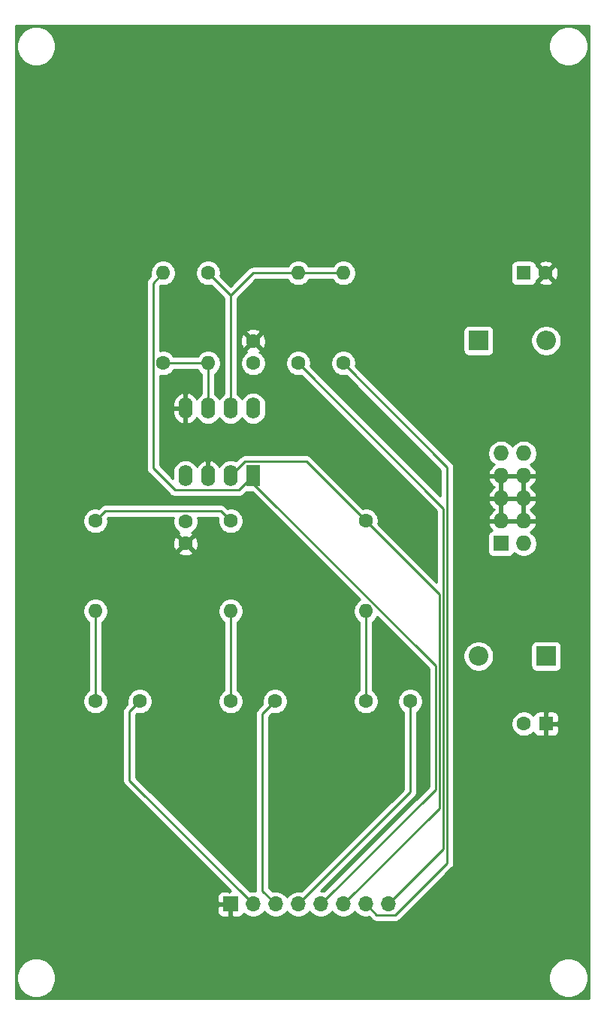
<source format=gbr>
%TF.GenerationSoftware,KiCad,Pcbnew,5.1.10-88a1d61d58~90~ubuntu20.04.1*%
%TF.CreationDate,2021-08-12T14:57:33-04:00*%
%TF.ProjectId,ao_audio_mixer,616f5f61-7564-4696-9f5f-6d697865722e,rev?*%
%TF.SameCoordinates,Original*%
%TF.FileFunction,Copper,L1,Top*%
%TF.FilePolarity,Positive*%
%FSLAX46Y46*%
G04 Gerber Fmt 4.6, Leading zero omitted, Abs format (unit mm)*
G04 Created by KiCad (PCBNEW 5.1.10-88a1d61d58~90~ubuntu20.04.1) date 2021-08-12 14:57:33*
%MOMM*%
%LPD*%
G01*
G04 APERTURE LIST*
%TA.AperFunction,ComponentPad*%
%ADD10O,1.700000X1.700000*%
%TD*%
%TA.AperFunction,ComponentPad*%
%ADD11R,1.700000X1.700000*%
%TD*%
%TA.AperFunction,ComponentPad*%
%ADD12C,1.600000*%
%TD*%
%TA.AperFunction,ComponentPad*%
%ADD13O,1.600000X1.600000*%
%TD*%
%TA.AperFunction,ComponentPad*%
%ADD14O,1.600000X2.400000*%
%TD*%
%TA.AperFunction,ComponentPad*%
%ADD15R,1.600000X2.400000*%
%TD*%
%TA.AperFunction,ComponentPad*%
%ADD16O,2.200000X2.200000*%
%TD*%
%TA.AperFunction,ComponentPad*%
%ADD17R,2.200000X2.200000*%
%TD*%
%TA.AperFunction,ComponentPad*%
%ADD18O,1.727200X1.727200*%
%TD*%
%TA.AperFunction,ComponentPad*%
%ADD19R,1.727200X1.727200*%
%TD*%
%TA.AperFunction,ComponentPad*%
%ADD20R,1.600000X1.600000*%
%TD*%
%TA.AperFunction,Conductor*%
%ADD21C,0.250000*%
%TD*%
%TA.AperFunction,Conductor*%
%ADD22C,0.254000*%
%TD*%
%TA.AperFunction,Conductor*%
%ADD23C,0.100000*%
%TD*%
G04 APERTURE END LIST*
D10*
%TO.P,J7,8*%
%TO.N,OUT2*%
X99700000Y-135680000D03*
%TO.P,J7,7*%
%TO.N,OUT1*%
X97160000Y-135680000D03*
%TO.P,J7,6*%
%TO.N,Net-(J7-Pad6)*%
X94620000Y-135680000D03*
%TO.P,J7,5*%
%TO.N,Net-(J7-Pad5)*%
X92080000Y-135680000D03*
%TO.P,J7,4*%
%TO.N,Net-(C3-Pad2)*%
X89540000Y-135680000D03*
%TO.P,J7,3*%
%TO.N,Net-(C2-Pad2)*%
X87000000Y-135680000D03*
%TO.P,J7,2*%
%TO.N,Net-(C1-Pad2)*%
X84460000Y-135680000D03*
D11*
%TO.P,J7,1*%
%TO.N,GND*%
X81920000Y-135680000D03*
%TD*%
D12*
%TO.P,R5,1*%
%TO.N,Net-(R5-Pad1)*%
X79380000Y-64560000D03*
D13*
%TO.P,R5,2*%
%TO.N,Net-(R4-Pad1)*%
X79380000Y-74720000D03*
%TD*%
D12*
%TO.P,R4,1*%
%TO.N,Net-(R4-Pad1)*%
X74300000Y-74720000D03*
D13*
%TO.P,R4,2*%
%TO.N,Net-(J7-Pad5)*%
X74300000Y-64560000D03*
%TD*%
D12*
%TO.P,R3,1*%
%TO.N,Net-(J7-Pad6)*%
X97160000Y-92500000D03*
D13*
%TO.P,R3,2*%
%TO.N,Net-(C3-Pad1)*%
X97160000Y-102660000D03*
%TD*%
D12*
%TO.P,R1,1*%
%TO.N,Net-(J7-Pad6)*%
X66680000Y-92500000D03*
D13*
%TO.P,R1,2*%
%TO.N,Net-(C1-Pad1)*%
X66680000Y-102660000D03*
%TD*%
D14*
%TO.P,U1,8*%
%TO.N,+12V*%
X84460000Y-79800000D03*
%TO.P,U1,4*%
%TO.N,-12V*%
X76840000Y-87420000D03*
%TO.P,U1,7*%
%TO.N,Net-(R5-Pad1)*%
X81920000Y-79800000D03*
%TO.P,U1,3*%
%TO.N,GND*%
X79380000Y-87420000D03*
%TO.P,U1,6*%
%TO.N,Net-(R4-Pad1)*%
X79380000Y-79800000D03*
%TO.P,U1,2*%
%TO.N,Net-(J7-Pad6)*%
X81920000Y-87420000D03*
%TO.P,U1,5*%
%TO.N,GND*%
X76840000Y-79800000D03*
D15*
%TO.P,U1,1*%
%TO.N,Net-(J7-Pad5)*%
X84460000Y-87420000D03*
%TD*%
D12*
%TO.P,R7,1*%
%TO.N,OUT2*%
X89540000Y-74720000D03*
D13*
%TO.P,R7,2*%
%TO.N,Net-(R5-Pad1)*%
X89540000Y-64560000D03*
%TD*%
D16*
%TO.P,D2,2*%
%TO.N,-12V*%
X109860000Y-107740000D03*
D17*
%TO.P,D2,1*%
%TO.N,/-12_IN*%
X117480000Y-107740000D03*
%TD*%
D12*
%TO.P,C3,2*%
%TO.N,Net-(C3-Pad2)*%
X102160000Y-112820000D03*
%TO.P,C3,1*%
%TO.N,Net-(C3-Pad1)*%
X97160000Y-112820000D03*
%TD*%
%TO.P,C7,2*%
%TO.N,-12V*%
X76840000Y-92540000D03*
%TO.P,C7,1*%
%TO.N,GND*%
X76840000Y-95040000D03*
%TD*%
D18*
%TO.P,J8,10*%
%TO.N,/+12_IN*%
X114940000Y-84880000D03*
%TO.P,J8,9*%
X112400000Y-84880000D03*
%TO.P,J8,8*%
%TO.N,GND*%
X114940000Y-87420000D03*
%TO.P,J8,7*%
X112400000Y-87420000D03*
%TO.P,J8,6*%
X114940000Y-89960000D03*
%TO.P,J8,5*%
X112400000Y-89960000D03*
%TO.P,J8,4*%
X114940000Y-92500000D03*
%TO.P,J8,3*%
X112400000Y-92500000D03*
%TO.P,J8,2*%
%TO.N,/-12_IN*%
X114940000Y-95040000D03*
D19*
%TO.P,J8,1*%
X112400000Y-95040000D03*
%TD*%
D12*
%TO.P,C1,2*%
%TO.N,Net-(C1-Pad2)*%
X71680000Y-112820000D03*
%TO.P,C1,1*%
%TO.N,Net-(C1-Pad1)*%
X66680000Y-112820000D03*
%TD*%
%TO.P,C2,2*%
%TO.N,Net-(C2-Pad2)*%
X86920000Y-112820000D03*
%TO.P,C2,1*%
%TO.N,Net-(C2-Pad1)*%
X81920000Y-112820000D03*
%TD*%
%TO.P,C5,2*%
%TO.N,-12V*%
X114980000Y-115360000D03*
D20*
%TO.P,C5,1*%
%TO.N,GND*%
X117480000Y-115360000D03*
%TD*%
D16*
%TO.P,D1,2*%
%TO.N,/+12_IN*%
X117480000Y-72180000D03*
D17*
%TO.P,D1,1*%
%TO.N,+12V*%
X109860000Y-72180000D03*
%TD*%
D12*
%TO.P,C4,2*%
%TO.N,GND*%
X117440000Y-64560000D03*
D20*
%TO.P,C4,1*%
%TO.N,+12V*%
X114940000Y-64560000D03*
%TD*%
D12*
%TO.P,R6,1*%
%TO.N,OUT1*%
X94620000Y-74720000D03*
D13*
%TO.P,R6,2*%
%TO.N,Net-(R5-Pad1)*%
X94620000Y-64560000D03*
%TD*%
D12*
%TO.P,C6,2*%
%TO.N,GND*%
X84460000Y-72220000D03*
%TO.P,C6,1*%
%TO.N,+12V*%
X84460000Y-74720000D03*
%TD*%
%TO.P,R2,1*%
%TO.N,Net-(J7-Pad6)*%
X81920000Y-92500000D03*
D13*
%TO.P,R2,2*%
%TO.N,Net-(C2-Pad1)*%
X81920000Y-102660000D03*
%TD*%
D21*
%TO.N,Net-(C1-Pad2)*%
X84460000Y-135680000D02*
X70500000Y-121720000D01*
X70500000Y-121720000D02*
X70500000Y-114000000D01*
X70500000Y-114000000D02*
X71680000Y-112820000D01*
%TO.N,Net-(C1-Pad1)*%
X66680000Y-112820000D02*
X66680000Y-102660000D01*
%TO.N,Net-(C2-Pad2)*%
X87000000Y-135680000D02*
X85500000Y-134180000D01*
X85500000Y-134180000D02*
X85500000Y-114240000D01*
X85500000Y-114240000D02*
X86920000Y-112820000D01*
%TO.N,Net-(C2-Pad1)*%
X81920000Y-112820000D02*
X81920000Y-102660000D01*
%TO.N,Net-(C3-Pad2)*%
X102160000Y-123060000D02*
X102160000Y-112820000D01*
X89540000Y-135680000D02*
X102160000Y-123060000D01*
%TO.N,Net-(C3-Pad1)*%
X97160000Y-112820000D02*
X97160000Y-102660000D01*
%TO.N,Net-(R4-Pad1)*%
X79380000Y-74720000D02*
X74300000Y-74720000D01*
X79380000Y-79800000D02*
X79380000Y-74720000D01*
%TO.N,Net-(R5-Pad1)*%
X81920000Y-67100000D02*
X81920000Y-67080000D01*
X81920000Y-67080000D02*
X84440000Y-64560000D01*
X84440000Y-64560000D02*
X89540000Y-64560000D01*
X89540000Y-64560000D02*
X94620000Y-64560000D01*
X79380000Y-64560000D02*
X81920000Y-67100000D01*
X81920000Y-67100000D02*
X81920000Y-79800000D01*
%TO.N,OUT2*%
X89540000Y-74720000D02*
X105900022Y-91080022D01*
X105900022Y-91080022D02*
X105900022Y-129479978D01*
X105900022Y-129479978D02*
X99700000Y-135680000D01*
%TO.N,OUT1*%
X98380000Y-136900000D02*
X97160000Y-135680000D01*
X100500000Y-136900000D02*
X98380000Y-136900000D01*
X106350031Y-131049969D02*
X100500000Y-136900000D01*
X106350031Y-86450031D02*
X106350031Y-131049969D01*
X94620000Y-74720000D02*
X106350031Y-86450031D01*
%TO.N,Net-(J7-Pad6)*%
X66680000Y-92500000D02*
X67815001Y-91364999D01*
X67815001Y-91364999D02*
X80784999Y-91364999D01*
X80784999Y-91364999D02*
X81920000Y-92500000D01*
X105450011Y-100790011D02*
X97160000Y-92500000D01*
X94620000Y-135680000D02*
X105450011Y-124849989D01*
X105450011Y-124849989D02*
X105450011Y-100790011D01*
X90460000Y-85800000D02*
X83540000Y-85800000D01*
X83540000Y-85800000D02*
X81920000Y-87420000D01*
X97160000Y-92500000D02*
X90460000Y-85800000D01*
%TO.N,Net-(J7-Pad5)*%
X74300000Y-64560000D02*
X73174999Y-65685001D01*
X73174999Y-65685001D02*
X73174999Y-86548999D01*
X73174999Y-86548999D02*
X75621010Y-88995010D01*
X75621010Y-88995010D02*
X82884990Y-88995010D01*
X82884990Y-88995010D02*
X84460000Y-87420000D01*
X84460000Y-88294998D02*
X84460000Y-87420000D01*
X105000000Y-108834998D02*
X84460000Y-88294998D01*
X105000000Y-122760000D02*
X105000000Y-108834998D01*
X92080000Y-135680000D02*
X105000000Y-122760000D01*
%TD*%
D22*
%TO.N,GND*%
X122315001Y-146315000D02*
X57685000Y-146315000D01*
X57685000Y-143779872D01*
X57765000Y-143779872D01*
X57765000Y-144220128D01*
X57850890Y-144651925D01*
X58019369Y-145058669D01*
X58263962Y-145424729D01*
X58575271Y-145736038D01*
X58941331Y-145980631D01*
X59348075Y-146149110D01*
X59779872Y-146235000D01*
X60220128Y-146235000D01*
X60651925Y-146149110D01*
X61058669Y-145980631D01*
X61424729Y-145736038D01*
X61736038Y-145424729D01*
X61980631Y-145058669D01*
X62149110Y-144651925D01*
X62235000Y-144220128D01*
X62235000Y-143779872D01*
X117765000Y-143779872D01*
X117765000Y-144220128D01*
X117850890Y-144651925D01*
X118019369Y-145058669D01*
X118263962Y-145424729D01*
X118575271Y-145736038D01*
X118941331Y-145980631D01*
X119348075Y-146149110D01*
X119779872Y-146235000D01*
X120220128Y-146235000D01*
X120651925Y-146149110D01*
X121058669Y-145980631D01*
X121424729Y-145736038D01*
X121736038Y-145424729D01*
X121980631Y-145058669D01*
X122149110Y-144651925D01*
X122235000Y-144220128D01*
X122235000Y-143779872D01*
X122149110Y-143348075D01*
X121980631Y-142941331D01*
X121736038Y-142575271D01*
X121424729Y-142263962D01*
X121058669Y-142019369D01*
X120651925Y-141850890D01*
X120220128Y-141765000D01*
X119779872Y-141765000D01*
X119348075Y-141850890D01*
X118941331Y-142019369D01*
X118575271Y-142263962D01*
X118263962Y-142575271D01*
X118019369Y-142941331D01*
X117850890Y-143348075D01*
X117765000Y-143779872D01*
X62235000Y-143779872D01*
X62149110Y-143348075D01*
X61980631Y-142941331D01*
X61736038Y-142575271D01*
X61424729Y-142263962D01*
X61058669Y-142019369D01*
X60651925Y-141850890D01*
X60220128Y-141765000D01*
X59779872Y-141765000D01*
X59348075Y-141850890D01*
X58941331Y-142019369D01*
X58575271Y-142263962D01*
X58263962Y-142575271D01*
X58019369Y-142941331D01*
X57850890Y-143348075D01*
X57765000Y-143779872D01*
X57685000Y-143779872D01*
X57685000Y-136530000D01*
X80431928Y-136530000D01*
X80444188Y-136654482D01*
X80480498Y-136774180D01*
X80539463Y-136884494D01*
X80618815Y-136981185D01*
X80715506Y-137060537D01*
X80825820Y-137119502D01*
X80945518Y-137155812D01*
X81070000Y-137168072D01*
X81634250Y-137165000D01*
X81793000Y-137006250D01*
X81793000Y-135807000D01*
X80593750Y-135807000D01*
X80435000Y-135965750D01*
X80431928Y-136530000D01*
X57685000Y-136530000D01*
X57685000Y-102518665D01*
X65245000Y-102518665D01*
X65245000Y-102801335D01*
X65300147Y-103078574D01*
X65408320Y-103339727D01*
X65565363Y-103574759D01*
X65765241Y-103774637D01*
X65920001Y-103878044D01*
X65920000Y-111601956D01*
X65765241Y-111705363D01*
X65565363Y-111905241D01*
X65408320Y-112140273D01*
X65300147Y-112401426D01*
X65245000Y-112678665D01*
X65245000Y-112961335D01*
X65300147Y-113238574D01*
X65408320Y-113499727D01*
X65565363Y-113734759D01*
X65765241Y-113934637D01*
X66000273Y-114091680D01*
X66261426Y-114199853D01*
X66538665Y-114255000D01*
X66821335Y-114255000D01*
X67098574Y-114199853D01*
X67359727Y-114091680D01*
X67496936Y-114000000D01*
X69736324Y-114000000D01*
X69740001Y-114037332D01*
X69740000Y-121682678D01*
X69736324Y-121720000D01*
X69740000Y-121757322D01*
X69740000Y-121757332D01*
X69750997Y-121868985D01*
X69789624Y-121996324D01*
X69794454Y-122012246D01*
X69865026Y-122144276D01*
X69904871Y-122192826D01*
X69959999Y-122260001D01*
X69989003Y-122283804D01*
X81900198Y-134195000D01*
X81792998Y-134195000D01*
X81792998Y-134353748D01*
X81634250Y-134195000D01*
X81070000Y-134191928D01*
X80945518Y-134204188D01*
X80825820Y-134240498D01*
X80715506Y-134299463D01*
X80618815Y-134378815D01*
X80539463Y-134475506D01*
X80480498Y-134585820D01*
X80444188Y-134705518D01*
X80431928Y-134830000D01*
X80435000Y-135394250D01*
X80593750Y-135553000D01*
X81793000Y-135553000D01*
X81793000Y-135533000D01*
X82047000Y-135533000D01*
X82047000Y-135553000D01*
X82067000Y-135553000D01*
X82067000Y-135807000D01*
X82047000Y-135807000D01*
X82047000Y-137006250D01*
X82205750Y-137165000D01*
X82770000Y-137168072D01*
X82894482Y-137155812D01*
X83014180Y-137119502D01*
X83124494Y-137060537D01*
X83221185Y-136981185D01*
X83300537Y-136884494D01*
X83359502Y-136774180D01*
X83381513Y-136701620D01*
X83513368Y-136833475D01*
X83756589Y-136995990D01*
X84026842Y-137107932D01*
X84313740Y-137165000D01*
X84606260Y-137165000D01*
X84893158Y-137107932D01*
X85163411Y-136995990D01*
X85406632Y-136833475D01*
X85613475Y-136626632D01*
X85730000Y-136452240D01*
X85846525Y-136626632D01*
X86053368Y-136833475D01*
X86296589Y-136995990D01*
X86566842Y-137107932D01*
X86853740Y-137165000D01*
X87146260Y-137165000D01*
X87433158Y-137107932D01*
X87703411Y-136995990D01*
X87946632Y-136833475D01*
X88153475Y-136626632D01*
X88270000Y-136452240D01*
X88386525Y-136626632D01*
X88593368Y-136833475D01*
X88836589Y-136995990D01*
X89106842Y-137107932D01*
X89393740Y-137165000D01*
X89686260Y-137165000D01*
X89973158Y-137107932D01*
X90243411Y-136995990D01*
X90486632Y-136833475D01*
X90693475Y-136626632D01*
X90810000Y-136452240D01*
X90926525Y-136626632D01*
X91133368Y-136833475D01*
X91376589Y-136995990D01*
X91646842Y-137107932D01*
X91933740Y-137165000D01*
X92226260Y-137165000D01*
X92513158Y-137107932D01*
X92783411Y-136995990D01*
X93026632Y-136833475D01*
X93233475Y-136626632D01*
X93350000Y-136452240D01*
X93466525Y-136626632D01*
X93673368Y-136833475D01*
X93916589Y-136995990D01*
X94186842Y-137107932D01*
X94473740Y-137165000D01*
X94766260Y-137165000D01*
X95053158Y-137107932D01*
X95323411Y-136995990D01*
X95566632Y-136833475D01*
X95773475Y-136626632D01*
X95890000Y-136452240D01*
X96006525Y-136626632D01*
X96213368Y-136833475D01*
X96456589Y-136995990D01*
X96726842Y-137107932D01*
X97013740Y-137165000D01*
X97306260Y-137165000D01*
X97526408Y-137121210D01*
X97816201Y-137411003D01*
X97839999Y-137440001D01*
X97868997Y-137463799D01*
X97955724Y-137534974D01*
X98087753Y-137605546D01*
X98231014Y-137649003D01*
X98380000Y-137663677D01*
X98417333Y-137660000D01*
X100462678Y-137660000D01*
X100500000Y-137663676D01*
X100537322Y-137660000D01*
X100537333Y-137660000D01*
X100648986Y-137649003D01*
X100792247Y-137605546D01*
X100924276Y-137534974D01*
X101040001Y-137440001D01*
X101063804Y-137410997D01*
X106861034Y-131613768D01*
X106890032Y-131589970D01*
X106985005Y-131474245D01*
X107055577Y-131342216D01*
X107099034Y-131198955D01*
X107110031Y-131087302D01*
X107110031Y-131087293D01*
X107113707Y-131049970D01*
X107110031Y-131012647D01*
X107110031Y-115218665D01*
X113545000Y-115218665D01*
X113545000Y-115501335D01*
X113600147Y-115778574D01*
X113708320Y-116039727D01*
X113865363Y-116274759D01*
X114065241Y-116474637D01*
X114300273Y-116631680D01*
X114561426Y-116739853D01*
X114838665Y-116795000D01*
X115121335Y-116795000D01*
X115398574Y-116739853D01*
X115659727Y-116631680D01*
X115894759Y-116474637D01*
X116061339Y-116308057D01*
X116090498Y-116404180D01*
X116149463Y-116514494D01*
X116228815Y-116611185D01*
X116325506Y-116690537D01*
X116435820Y-116749502D01*
X116555518Y-116785812D01*
X116680000Y-116798072D01*
X117194250Y-116795000D01*
X117353000Y-116636250D01*
X117353000Y-115487000D01*
X117607000Y-115487000D01*
X117607000Y-116636250D01*
X117765750Y-116795000D01*
X118280000Y-116798072D01*
X118404482Y-116785812D01*
X118524180Y-116749502D01*
X118634494Y-116690537D01*
X118731185Y-116611185D01*
X118810537Y-116514494D01*
X118869502Y-116404180D01*
X118905812Y-116284482D01*
X118918072Y-116160000D01*
X118915000Y-115645750D01*
X118756250Y-115487000D01*
X117607000Y-115487000D01*
X117353000Y-115487000D01*
X117333000Y-115487000D01*
X117333000Y-115233000D01*
X117353000Y-115233000D01*
X117353000Y-114083750D01*
X117607000Y-114083750D01*
X117607000Y-115233000D01*
X118756250Y-115233000D01*
X118915000Y-115074250D01*
X118918072Y-114560000D01*
X118905812Y-114435518D01*
X118869502Y-114315820D01*
X118810537Y-114205506D01*
X118731185Y-114108815D01*
X118634494Y-114029463D01*
X118524180Y-113970498D01*
X118404482Y-113934188D01*
X118280000Y-113921928D01*
X117765750Y-113925000D01*
X117607000Y-114083750D01*
X117353000Y-114083750D01*
X117194250Y-113925000D01*
X116680000Y-113921928D01*
X116555518Y-113934188D01*
X116435820Y-113970498D01*
X116325506Y-114029463D01*
X116228815Y-114108815D01*
X116149463Y-114205506D01*
X116090498Y-114315820D01*
X116061339Y-114411943D01*
X115894759Y-114245363D01*
X115659727Y-114088320D01*
X115398574Y-113980147D01*
X115121335Y-113925000D01*
X114838665Y-113925000D01*
X114561426Y-113980147D01*
X114300273Y-114088320D01*
X114065241Y-114245363D01*
X113865363Y-114445241D01*
X113708320Y-114680273D01*
X113600147Y-114941426D01*
X113545000Y-115218665D01*
X107110031Y-115218665D01*
X107110031Y-107569117D01*
X108125000Y-107569117D01*
X108125000Y-107910883D01*
X108191675Y-108246081D01*
X108322463Y-108561831D01*
X108512337Y-108845998D01*
X108754002Y-109087663D01*
X109038169Y-109277537D01*
X109353919Y-109408325D01*
X109689117Y-109475000D01*
X110030883Y-109475000D01*
X110366081Y-109408325D01*
X110681831Y-109277537D01*
X110965998Y-109087663D01*
X111207663Y-108845998D01*
X111397537Y-108561831D01*
X111528325Y-108246081D01*
X111595000Y-107910883D01*
X111595000Y-107569117D01*
X111528325Y-107233919D01*
X111397537Y-106918169D01*
X111211671Y-106640000D01*
X115741928Y-106640000D01*
X115741928Y-108840000D01*
X115754188Y-108964482D01*
X115790498Y-109084180D01*
X115849463Y-109194494D01*
X115928815Y-109291185D01*
X116025506Y-109370537D01*
X116135820Y-109429502D01*
X116255518Y-109465812D01*
X116380000Y-109478072D01*
X118580000Y-109478072D01*
X118704482Y-109465812D01*
X118824180Y-109429502D01*
X118934494Y-109370537D01*
X119031185Y-109291185D01*
X119110537Y-109194494D01*
X119169502Y-109084180D01*
X119205812Y-108964482D01*
X119218072Y-108840000D01*
X119218072Y-106640000D01*
X119205812Y-106515518D01*
X119169502Y-106395820D01*
X119110537Y-106285506D01*
X119031185Y-106188815D01*
X118934494Y-106109463D01*
X118824180Y-106050498D01*
X118704482Y-106014188D01*
X118580000Y-106001928D01*
X116380000Y-106001928D01*
X116255518Y-106014188D01*
X116135820Y-106050498D01*
X116025506Y-106109463D01*
X115928815Y-106188815D01*
X115849463Y-106285506D01*
X115790498Y-106395820D01*
X115754188Y-106515518D01*
X115741928Y-106640000D01*
X111211671Y-106640000D01*
X111207663Y-106634002D01*
X110965998Y-106392337D01*
X110681831Y-106202463D01*
X110366081Y-106071675D01*
X110030883Y-106005000D01*
X109689117Y-106005000D01*
X109353919Y-106071675D01*
X109038169Y-106202463D01*
X108754002Y-106392337D01*
X108512337Y-106634002D01*
X108322463Y-106918169D01*
X108191675Y-107233919D01*
X108125000Y-107569117D01*
X107110031Y-107569117D01*
X107110031Y-94176400D01*
X110898328Y-94176400D01*
X110898328Y-95903600D01*
X110910588Y-96028082D01*
X110946898Y-96147780D01*
X111005863Y-96258094D01*
X111085215Y-96354785D01*
X111181906Y-96434137D01*
X111292220Y-96493102D01*
X111411918Y-96529412D01*
X111536400Y-96541672D01*
X113263600Y-96541672D01*
X113388082Y-96529412D01*
X113507780Y-96493102D01*
X113618094Y-96434137D01*
X113714785Y-96354785D01*
X113794137Y-96258094D01*
X113853102Y-96147780D01*
X113870636Y-96089977D01*
X113984698Y-96204039D01*
X114230147Y-96368042D01*
X114502875Y-96481010D01*
X114792401Y-96538600D01*
X115087599Y-96538600D01*
X115377125Y-96481010D01*
X115649853Y-96368042D01*
X115895302Y-96204039D01*
X116104039Y-95995302D01*
X116268042Y-95749853D01*
X116381010Y-95477125D01*
X116438600Y-95187599D01*
X116438600Y-94892401D01*
X116381010Y-94602875D01*
X116268042Y-94330147D01*
X116104039Y-94084698D01*
X115895302Y-93875961D01*
X115729897Y-93765441D01*
X115828488Y-93706817D01*
X116046854Y-93510293D01*
X116222684Y-93274944D01*
X116349222Y-93009814D01*
X116394958Y-92859026D01*
X116273817Y-92627000D01*
X115067000Y-92627000D01*
X115067000Y-92647000D01*
X114813000Y-92647000D01*
X114813000Y-92627000D01*
X112527000Y-92627000D01*
X112527000Y-92647000D01*
X112273000Y-92647000D01*
X112273000Y-92627000D01*
X111066183Y-92627000D01*
X110945042Y-92859026D01*
X110990778Y-93009814D01*
X111117316Y-93274944D01*
X111293146Y-93510293D01*
X111356574Y-93567376D01*
X111292220Y-93586898D01*
X111181906Y-93645863D01*
X111085215Y-93725215D01*
X111005863Y-93821906D01*
X110946898Y-93932220D01*
X110910588Y-94051918D01*
X110898328Y-94176400D01*
X107110031Y-94176400D01*
X107110031Y-90319026D01*
X110945042Y-90319026D01*
X110990778Y-90469814D01*
X111117316Y-90734944D01*
X111293146Y-90970293D01*
X111511512Y-91166817D01*
X111617770Y-91230000D01*
X111511512Y-91293183D01*
X111293146Y-91489707D01*
X111117316Y-91725056D01*
X110990778Y-91990186D01*
X110945042Y-92140974D01*
X111066183Y-92373000D01*
X112273000Y-92373000D01*
X112273000Y-90087000D01*
X112527000Y-90087000D01*
X112527000Y-92373000D01*
X114813000Y-92373000D01*
X114813000Y-90087000D01*
X115067000Y-90087000D01*
X115067000Y-92373000D01*
X116273817Y-92373000D01*
X116394958Y-92140974D01*
X116349222Y-91990186D01*
X116222684Y-91725056D01*
X116046854Y-91489707D01*
X115828488Y-91293183D01*
X115722230Y-91230000D01*
X115828488Y-91166817D01*
X116046854Y-90970293D01*
X116222684Y-90734944D01*
X116349222Y-90469814D01*
X116394958Y-90319026D01*
X116273817Y-90087000D01*
X115067000Y-90087000D01*
X114813000Y-90087000D01*
X112527000Y-90087000D01*
X112273000Y-90087000D01*
X111066183Y-90087000D01*
X110945042Y-90319026D01*
X107110031Y-90319026D01*
X107110031Y-87779026D01*
X110945042Y-87779026D01*
X110990778Y-87929814D01*
X111117316Y-88194944D01*
X111293146Y-88430293D01*
X111511512Y-88626817D01*
X111617770Y-88690000D01*
X111511512Y-88753183D01*
X111293146Y-88949707D01*
X111117316Y-89185056D01*
X110990778Y-89450186D01*
X110945042Y-89600974D01*
X111066183Y-89833000D01*
X112273000Y-89833000D01*
X112273000Y-87547000D01*
X112527000Y-87547000D01*
X112527000Y-89833000D01*
X114813000Y-89833000D01*
X114813000Y-87547000D01*
X115067000Y-87547000D01*
X115067000Y-89833000D01*
X116273817Y-89833000D01*
X116394958Y-89600974D01*
X116349222Y-89450186D01*
X116222684Y-89185056D01*
X116046854Y-88949707D01*
X115828488Y-88753183D01*
X115722230Y-88690000D01*
X115828488Y-88626817D01*
X116046854Y-88430293D01*
X116222684Y-88194944D01*
X116349222Y-87929814D01*
X116394958Y-87779026D01*
X116273817Y-87547000D01*
X115067000Y-87547000D01*
X114813000Y-87547000D01*
X112527000Y-87547000D01*
X112273000Y-87547000D01*
X111066183Y-87547000D01*
X110945042Y-87779026D01*
X107110031Y-87779026D01*
X107110031Y-86487354D01*
X107113707Y-86450031D01*
X107110031Y-86412708D01*
X107110031Y-86412698D01*
X107099034Y-86301045D01*
X107055577Y-86157784D01*
X107016959Y-86085536D01*
X106985005Y-86025754D01*
X106913830Y-85939028D01*
X106890032Y-85910030D01*
X106861035Y-85886233D01*
X105707203Y-84732401D01*
X110901400Y-84732401D01*
X110901400Y-85027599D01*
X110958990Y-85317125D01*
X111071958Y-85589853D01*
X111235961Y-85835302D01*
X111444698Y-86044039D01*
X111610103Y-86154559D01*
X111511512Y-86213183D01*
X111293146Y-86409707D01*
X111117316Y-86645056D01*
X110990778Y-86910186D01*
X110945042Y-87060974D01*
X111066183Y-87293000D01*
X112273000Y-87293000D01*
X112273000Y-87273000D01*
X112527000Y-87273000D01*
X112527000Y-87293000D01*
X114813000Y-87293000D01*
X114813000Y-87273000D01*
X115067000Y-87273000D01*
X115067000Y-87293000D01*
X116273817Y-87293000D01*
X116394958Y-87060974D01*
X116349222Y-86910186D01*
X116222684Y-86645056D01*
X116046854Y-86409707D01*
X115828488Y-86213183D01*
X115729897Y-86154559D01*
X115895302Y-86044039D01*
X116104039Y-85835302D01*
X116268042Y-85589853D01*
X116381010Y-85317125D01*
X116438600Y-85027599D01*
X116438600Y-84732401D01*
X116381010Y-84442875D01*
X116268042Y-84170147D01*
X116104039Y-83924698D01*
X115895302Y-83715961D01*
X115649853Y-83551958D01*
X115377125Y-83438990D01*
X115087599Y-83381400D01*
X114792401Y-83381400D01*
X114502875Y-83438990D01*
X114230147Y-83551958D01*
X113984698Y-83715961D01*
X113775961Y-83924698D01*
X113670000Y-84083281D01*
X113564039Y-83924698D01*
X113355302Y-83715961D01*
X113109853Y-83551958D01*
X112837125Y-83438990D01*
X112547599Y-83381400D01*
X112252401Y-83381400D01*
X111962875Y-83438990D01*
X111690147Y-83551958D01*
X111444698Y-83715961D01*
X111235961Y-83924698D01*
X111071958Y-84170147D01*
X110958990Y-84442875D01*
X110901400Y-84732401D01*
X105707203Y-84732401D01*
X96018688Y-75043887D01*
X96055000Y-74861335D01*
X96055000Y-74578665D01*
X95999853Y-74301426D01*
X95891680Y-74040273D01*
X95734637Y-73805241D01*
X95534759Y-73605363D01*
X95299727Y-73448320D01*
X95038574Y-73340147D01*
X94761335Y-73285000D01*
X94478665Y-73285000D01*
X94201426Y-73340147D01*
X93940273Y-73448320D01*
X93705241Y-73605363D01*
X93505363Y-73805241D01*
X93348320Y-74040273D01*
X93240147Y-74301426D01*
X93185000Y-74578665D01*
X93185000Y-74861335D01*
X93240147Y-75138574D01*
X93348320Y-75399727D01*
X93505363Y-75634759D01*
X93705241Y-75834637D01*
X93940273Y-75991680D01*
X94201426Y-76099853D01*
X94478665Y-76155000D01*
X94761335Y-76155000D01*
X94943887Y-76118688D01*
X105590031Y-86764833D01*
X105590031Y-89695229D01*
X90938688Y-75043887D01*
X90975000Y-74861335D01*
X90975000Y-74578665D01*
X90919853Y-74301426D01*
X90811680Y-74040273D01*
X90654637Y-73805241D01*
X90454759Y-73605363D01*
X90219727Y-73448320D01*
X89958574Y-73340147D01*
X89681335Y-73285000D01*
X89398665Y-73285000D01*
X89121426Y-73340147D01*
X88860273Y-73448320D01*
X88625241Y-73605363D01*
X88425363Y-73805241D01*
X88268320Y-74040273D01*
X88160147Y-74301426D01*
X88105000Y-74578665D01*
X88105000Y-74861335D01*
X88160147Y-75138574D01*
X88268320Y-75399727D01*
X88425363Y-75634759D01*
X88625241Y-75834637D01*
X88860273Y-75991680D01*
X89121426Y-76099853D01*
X89398665Y-76155000D01*
X89681335Y-76155000D01*
X89863887Y-76118688D01*
X105140022Y-91394824D01*
X105140022Y-99405220D01*
X98558688Y-92823887D01*
X98595000Y-92641335D01*
X98595000Y-92358665D01*
X98539853Y-92081426D01*
X98431680Y-91820273D01*
X98274637Y-91585241D01*
X98074759Y-91385363D01*
X97839727Y-91228320D01*
X97578574Y-91120147D01*
X97301335Y-91065000D01*
X97018665Y-91065000D01*
X96836114Y-91101312D01*
X91023804Y-85289003D01*
X91000001Y-85259999D01*
X90884276Y-85165026D01*
X90752247Y-85094454D01*
X90608986Y-85050997D01*
X90497333Y-85040000D01*
X90497322Y-85040000D01*
X90460000Y-85036324D01*
X90422678Y-85040000D01*
X83577323Y-85040000D01*
X83540000Y-85036324D01*
X83502677Y-85040000D01*
X83502667Y-85040000D01*
X83391014Y-85050997D01*
X83247753Y-85094454D01*
X83115723Y-85165026D01*
X83032083Y-85233668D01*
X82999999Y-85259999D01*
X82976201Y-85288997D01*
X82540606Y-85724592D01*
X82471807Y-85687818D01*
X82201308Y-85605764D01*
X81920000Y-85578057D01*
X81638691Y-85605764D01*
X81368192Y-85687818D01*
X81118899Y-85821068D01*
X80900392Y-86000393D01*
X80721068Y-86218900D01*
X80652735Y-86346742D01*
X80502601Y-86117161D01*
X80304895Y-85915500D01*
X80071646Y-85756285D01*
X79811818Y-85645633D01*
X79729039Y-85628096D01*
X79507000Y-85750085D01*
X79507000Y-87293000D01*
X79527000Y-87293000D01*
X79527000Y-87547000D01*
X79507000Y-87547000D01*
X79507000Y-87567000D01*
X79253000Y-87567000D01*
X79253000Y-87547000D01*
X79233000Y-87547000D01*
X79233000Y-87293000D01*
X79253000Y-87293000D01*
X79253000Y-85750085D01*
X79030961Y-85628096D01*
X78948182Y-85645633D01*
X78688354Y-85756285D01*
X78455105Y-85915500D01*
X78257399Y-86117161D01*
X78107265Y-86346741D01*
X78038932Y-86218899D01*
X77859607Y-86000392D01*
X77641100Y-85821068D01*
X77391807Y-85687818D01*
X77121308Y-85605764D01*
X76840000Y-85578057D01*
X76558691Y-85605764D01*
X76288192Y-85687818D01*
X76038899Y-85821068D01*
X75820392Y-86000393D01*
X75641068Y-86218900D01*
X75507818Y-86468193D01*
X75425764Y-86738692D01*
X75405000Y-86949509D01*
X75405000Y-87704198D01*
X73934999Y-86234198D01*
X73934999Y-79927000D01*
X75405000Y-79927000D01*
X75405000Y-80327000D01*
X75457350Y-80604514D01*
X75562834Y-80866483D01*
X75717399Y-81102839D01*
X75915105Y-81304500D01*
X76148354Y-81463715D01*
X76408182Y-81574367D01*
X76490961Y-81591904D01*
X76713000Y-81469915D01*
X76713000Y-79927000D01*
X75405000Y-79927000D01*
X73934999Y-79927000D01*
X73934999Y-79273000D01*
X75405000Y-79273000D01*
X75405000Y-79673000D01*
X76713000Y-79673000D01*
X76713000Y-78130085D01*
X76490961Y-78008096D01*
X76408182Y-78025633D01*
X76148354Y-78136285D01*
X75915105Y-78295500D01*
X75717399Y-78497161D01*
X75562834Y-78733517D01*
X75457350Y-78995486D01*
X75405000Y-79273000D01*
X73934999Y-79273000D01*
X73934999Y-76110509D01*
X74158665Y-76155000D01*
X74441335Y-76155000D01*
X74718574Y-76099853D01*
X74979727Y-75991680D01*
X75214759Y-75834637D01*
X75414637Y-75634759D01*
X75518043Y-75480000D01*
X78161957Y-75480000D01*
X78265363Y-75634759D01*
X78465241Y-75834637D01*
X78620001Y-75938044D01*
X78620000Y-78179099D01*
X78578899Y-78201068D01*
X78360392Y-78380393D01*
X78181068Y-78598900D01*
X78112735Y-78726742D01*
X77962601Y-78497161D01*
X77764895Y-78295500D01*
X77531646Y-78136285D01*
X77271818Y-78025633D01*
X77189039Y-78008096D01*
X76967000Y-78130085D01*
X76967000Y-79673000D01*
X76987000Y-79673000D01*
X76987000Y-79927000D01*
X76967000Y-79927000D01*
X76967000Y-81469915D01*
X77189039Y-81591904D01*
X77271818Y-81574367D01*
X77531646Y-81463715D01*
X77764895Y-81304500D01*
X77962601Y-81102839D01*
X78112735Y-80873259D01*
X78181068Y-81001101D01*
X78360393Y-81219608D01*
X78578900Y-81398932D01*
X78828193Y-81532182D01*
X79098692Y-81614236D01*
X79380000Y-81641943D01*
X79661309Y-81614236D01*
X79931808Y-81532182D01*
X80181101Y-81398932D01*
X80399608Y-81219608D01*
X80578932Y-81001101D01*
X80650000Y-80868142D01*
X80721068Y-81001101D01*
X80900393Y-81219608D01*
X81118900Y-81398932D01*
X81368193Y-81532182D01*
X81638692Y-81614236D01*
X81920000Y-81641943D01*
X82201309Y-81614236D01*
X82471808Y-81532182D01*
X82721101Y-81398932D01*
X82939608Y-81219608D01*
X83118932Y-81001101D01*
X83190000Y-80868142D01*
X83261068Y-81001101D01*
X83440393Y-81219608D01*
X83658900Y-81398932D01*
X83908193Y-81532182D01*
X84178692Y-81614236D01*
X84460000Y-81641943D01*
X84741309Y-81614236D01*
X85011808Y-81532182D01*
X85261101Y-81398932D01*
X85479608Y-81219608D01*
X85658932Y-81001101D01*
X85792182Y-80751808D01*
X85874236Y-80481309D01*
X85895000Y-80270491D01*
X85895000Y-79329508D01*
X85874236Y-79118691D01*
X85792182Y-78848192D01*
X85658932Y-78598899D01*
X85479607Y-78380392D01*
X85261100Y-78201068D01*
X85011807Y-78067818D01*
X84741308Y-77985764D01*
X84460000Y-77958057D01*
X84178691Y-77985764D01*
X83908192Y-78067818D01*
X83658899Y-78201068D01*
X83440392Y-78380393D01*
X83261068Y-78598900D01*
X83190000Y-78731858D01*
X83118932Y-78598899D01*
X82939607Y-78380392D01*
X82721100Y-78201068D01*
X82680000Y-78179100D01*
X82680000Y-74578665D01*
X83025000Y-74578665D01*
X83025000Y-74861335D01*
X83080147Y-75138574D01*
X83188320Y-75399727D01*
X83345363Y-75634759D01*
X83545241Y-75834637D01*
X83780273Y-75991680D01*
X84041426Y-76099853D01*
X84318665Y-76155000D01*
X84601335Y-76155000D01*
X84878574Y-76099853D01*
X85139727Y-75991680D01*
X85374759Y-75834637D01*
X85574637Y-75634759D01*
X85731680Y-75399727D01*
X85839853Y-75138574D01*
X85895000Y-74861335D01*
X85895000Y-74578665D01*
X85839853Y-74301426D01*
X85731680Y-74040273D01*
X85574637Y-73805241D01*
X85374759Y-73605363D01*
X85174131Y-73471308D01*
X85201514Y-73456671D01*
X85273097Y-73212702D01*
X84460000Y-72399605D01*
X83646903Y-73212702D01*
X83718486Y-73456671D01*
X83747341Y-73470324D01*
X83545241Y-73605363D01*
X83345363Y-73805241D01*
X83188320Y-74040273D01*
X83080147Y-74301426D01*
X83025000Y-74578665D01*
X82680000Y-74578665D01*
X82680000Y-72290512D01*
X83019783Y-72290512D01*
X83061213Y-72570130D01*
X83156397Y-72836292D01*
X83223329Y-72961514D01*
X83467298Y-73033097D01*
X84280395Y-72220000D01*
X84639605Y-72220000D01*
X85452702Y-73033097D01*
X85696671Y-72961514D01*
X85817571Y-72706004D01*
X85886300Y-72431816D01*
X85900217Y-72149488D01*
X85858787Y-71869870D01*
X85763603Y-71603708D01*
X85696671Y-71478486D01*
X85452702Y-71406903D01*
X84639605Y-72220000D01*
X84280395Y-72220000D01*
X83467298Y-71406903D01*
X83223329Y-71478486D01*
X83102429Y-71733996D01*
X83033700Y-72008184D01*
X83019783Y-72290512D01*
X82680000Y-72290512D01*
X82680000Y-71227298D01*
X83646903Y-71227298D01*
X84460000Y-72040395D01*
X85273097Y-71227298D01*
X85229879Y-71080000D01*
X108121928Y-71080000D01*
X108121928Y-73280000D01*
X108134188Y-73404482D01*
X108170498Y-73524180D01*
X108229463Y-73634494D01*
X108308815Y-73731185D01*
X108405506Y-73810537D01*
X108515820Y-73869502D01*
X108635518Y-73905812D01*
X108760000Y-73918072D01*
X110960000Y-73918072D01*
X111084482Y-73905812D01*
X111204180Y-73869502D01*
X111314494Y-73810537D01*
X111411185Y-73731185D01*
X111490537Y-73634494D01*
X111549502Y-73524180D01*
X111585812Y-73404482D01*
X111598072Y-73280000D01*
X111598072Y-72009117D01*
X115745000Y-72009117D01*
X115745000Y-72350883D01*
X115811675Y-72686081D01*
X115942463Y-73001831D01*
X116132337Y-73285998D01*
X116374002Y-73527663D01*
X116658169Y-73717537D01*
X116973919Y-73848325D01*
X117309117Y-73915000D01*
X117650883Y-73915000D01*
X117986081Y-73848325D01*
X118301831Y-73717537D01*
X118585998Y-73527663D01*
X118827663Y-73285998D01*
X119017537Y-73001831D01*
X119148325Y-72686081D01*
X119215000Y-72350883D01*
X119215000Y-72009117D01*
X119148325Y-71673919D01*
X119017537Y-71358169D01*
X118827663Y-71074002D01*
X118585998Y-70832337D01*
X118301831Y-70642463D01*
X117986081Y-70511675D01*
X117650883Y-70445000D01*
X117309117Y-70445000D01*
X116973919Y-70511675D01*
X116658169Y-70642463D01*
X116374002Y-70832337D01*
X116132337Y-71074002D01*
X115942463Y-71358169D01*
X115811675Y-71673919D01*
X115745000Y-72009117D01*
X111598072Y-72009117D01*
X111598072Y-71080000D01*
X111585812Y-70955518D01*
X111549502Y-70835820D01*
X111490537Y-70725506D01*
X111411185Y-70628815D01*
X111314494Y-70549463D01*
X111204180Y-70490498D01*
X111084482Y-70454188D01*
X110960000Y-70441928D01*
X108760000Y-70441928D01*
X108635518Y-70454188D01*
X108515820Y-70490498D01*
X108405506Y-70549463D01*
X108308815Y-70628815D01*
X108229463Y-70725506D01*
X108170498Y-70835820D01*
X108134188Y-70955518D01*
X108121928Y-71080000D01*
X85229879Y-71080000D01*
X85201514Y-70983329D01*
X84946004Y-70862429D01*
X84671816Y-70793700D01*
X84389488Y-70779783D01*
X84109870Y-70821213D01*
X83843708Y-70916397D01*
X83718486Y-70983329D01*
X83646903Y-71227298D01*
X82680000Y-71227298D01*
X82680000Y-67394801D01*
X84754802Y-65320000D01*
X88321957Y-65320000D01*
X88425363Y-65474759D01*
X88625241Y-65674637D01*
X88860273Y-65831680D01*
X89121426Y-65939853D01*
X89398665Y-65995000D01*
X89681335Y-65995000D01*
X89958574Y-65939853D01*
X90219727Y-65831680D01*
X90454759Y-65674637D01*
X90654637Y-65474759D01*
X90758043Y-65320000D01*
X93401957Y-65320000D01*
X93505363Y-65474759D01*
X93705241Y-65674637D01*
X93940273Y-65831680D01*
X94201426Y-65939853D01*
X94478665Y-65995000D01*
X94761335Y-65995000D01*
X95038574Y-65939853D01*
X95299727Y-65831680D01*
X95534759Y-65674637D01*
X95734637Y-65474759D01*
X95891680Y-65239727D01*
X95999853Y-64978574D01*
X96055000Y-64701335D01*
X96055000Y-64418665D01*
X95999853Y-64141426D01*
X95891680Y-63880273D01*
X95811317Y-63760000D01*
X113501928Y-63760000D01*
X113501928Y-65360000D01*
X113514188Y-65484482D01*
X113550498Y-65604180D01*
X113609463Y-65714494D01*
X113688815Y-65811185D01*
X113785506Y-65890537D01*
X113895820Y-65949502D01*
X114015518Y-65985812D01*
X114140000Y-65998072D01*
X115740000Y-65998072D01*
X115864482Y-65985812D01*
X115984180Y-65949502D01*
X116094494Y-65890537D01*
X116191185Y-65811185D01*
X116270537Y-65714494D01*
X116329502Y-65604180D01*
X116345117Y-65552702D01*
X116626903Y-65552702D01*
X116698486Y-65796671D01*
X116953996Y-65917571D01*
X117228184Y-65986300D01*
X117510512Y-66000217D01*
X117790130Y-65958787D01*
X118056292Y-65863603D01*
X118181514Y-65796671D01*
X118253097Y-65552702D01*
X117440000Y-64739605D01*
X116626903Y-65552702D01*
X116345117Y-65552702D01*
X116365812Y-65484482D01*
X116378072Y-65360000D01*
X116378072Y-65352785D01*
X116447298Y-65373097D01*
X117260395Y-64560000D01*
X117619605Y-64560000D01*
X118432702Y-65373097D01*
X118676671Y-65301514D01*
X118797571Y-65046004D01*
X118866300Y-64771816D01*
X118880217Y-64489488D01*
X118838787Y-64209870D01*
X118743603Y-63943708D01*
X118676671Y-63818486D01*
X118432702Y-63746903D01*
X117619605Y-64560000D01*
X117260395Y-64560000D01*
X116447298Y-63746903D01*
X116378072Y-63767215D01*
X116378072Y-63760000D01*
X116365812Y-63635518D01*
X116345118Y-63567298D01*
X116626903Y-63567298D01*
X117440000Y-64380395D01*
X118253097Y-63567298D01*
X118181514Y-63323329D01*
X117926004Y-63202429D01*
X117651816Y-63133700D01*
X117369488Y-63119783D01*
X117089870Y-63161213D01*
X116823708Y-63256397D01*
X116698486Y-63323329D01*
X116626903Y-63567298D01*
X116345118Y-63567298D01*
X116329502Y-63515820D01*
X116270537Y-63405506D01*
X116191185Y-63308815D01*
X116094494Y-63229463D01*
X115984180Y-63170498D01*
X115864482Y-63134188D01*
X115740000Y-63121928D01*
X114140000Y-63121928D01*
X114015518Y-63134188D01*
X113895820Y-63170498D01*
X113785506Y-63229463D01*
X113688815Y-63308815D01*
X113609463Y-63405506D01*
X113550498Y-63515820D01*
X113514188Y-63635518D01*
X113501928Y-63760000D01*
X95811317Y-63760000D01*
X95734637Y-63645241D01*
X95534759Y-63445363D01*
X95299727Y-63288320D01*
X95038574Y-63180147D01*
X94761335Y-63125000D01*
X94478665Y-63125000D01*
X94201426Y-63180147D01*
X93940273Y-63288320D01*
X93705241Y-63445363D01*
X93505363Y-63645241D01*
X93401957Y-63800000D01*
X90758043Y-63800000D01*
X90654637Y-63645241D01*
X90454759Y-63445363D01*
X90219727Y-63288320D01*
X89958574Y-63180147D01*
X89681335Y-63125000D01*
X89398665Y-63125000D01*
X89121426Y-63180147D01*
X88860273Y-63288320D01*
X88625241Y-63445363D01*
X88425363Y-63645241D01*
X88321957Y-63800000D01*
X84477322Y-63800000D01*
X84439999Y-63796324D01*
X84402676Y-63800000D01*
X84402667Y-63800000D01*
X84291014Y-63810997D01*
X84147753Y-63854454D01*
X84015724Y-63925026D01*
X83899999Y-64019999D01*
X83876201Y-64048997D01*
X81910001Y-66015198D01*
X80778688Y-64883886D01*
X80815000Y-64701335D01*
X80815000Y-64418665D01*
X80759853Y-64141426D01*
X80651680Y-63880273D01*
X80494637Y-63645241D01*
X80294759Y-63445363D01*
X80059727Y-63288320D01*
X79798574Y-63180147D01*
X79521335Y-63125000D01*
X79238665Y-63125000D01*
X78961426Y-63180147D01*
X78700273Y-63288320D01*
X78465241Y-63445363D01*
X78265363Y-63645241D01*
X78108320Y-63880273D01*
X78000147Y-64141426D01*
X77945000Y-64418665D01*
X77945000Y-64701335D01*
X78000147Y-64978574D01*
X78108320Y-65239727D01*
X78265363Y-65474759D01*
X78465241Y-65674637D01*
X78700273Y-65831680D01*
X78961426Y-65939853D01*
X79238665Y-65995000D01*
X79521335Y-65995000D01*
X79703886Y-65958688D01*
X81160000Y-67414803D01*
X81160001Y-78179099D01*
X81118899Y-78201068D01*
X80900392Y-78380393D01*
X80721068Y-78598900D01*
X80650000Y-78731858D01*
X80578932Y-78598899D01*
X80399607Y-78380392D01*
X80181100Y-78201068D01*
X80140000Y-78179100D01*
X80140000Y-75938043D01*
X80294759Y-75834637D01*
X80494637Y-75634759D01*
X80651680Y-75399727D01*
X80759853Y-75138574D01*
X80815000Y-74861335D01*
X80815000Y-74578665D01*
X80759853Y-74301426D01*
X80651680Y-74040273D01*
X80494637Y-73805241D01*
X80294759Y-73605363D01*
X80059727Y-73448320D01*
X79798574Y-73340147D01*
X79521335Y-73285000D01*
X79238665Y-73285000D01*
X78961426Y-73340147D01*
X78700273Y-73448320D01*
X78465241Y-73605363D01*
X78265363Y-73805241D01*
X78161957Y-73960000D01*
X75518043Y-73960000D01*
X75414637Y-73805241D01*
X75214759Y-73605363D01*
X74979727Y-73448320D01*
X74718574Y-73340147D01*
X74441335Y-73285000D01*
X74158665Y-73285000D01*
X73934999Y-73329491D01*
X73934999Y-65999802D01*
X73976113Y-65958688D01*
X74158665Y-65995000D01*
X74441335Y-65995000D01*
X74718574Y-65939853D01*
X74979727Y-65831680D01*
X75214759Y-65674637D01*
X75414637Y-65474759D01*
X75571680Y-65239727D01*
X75679853Y-64978574D01*
X75735000Y-64701335D01*
X75735000Y-64418665D01*
X75679853Y-64141426D01*
X75571680Y-63880273D01*
X75414637Y-63645241D01*
X75214759Y-63445363D01*
X74979727Y-63288320D01*
X74718574Y-63180147D01*
X74441335Y-63125000D01*
X74158665Y-63125000D01*
X73881426Y-63180147D01*
X73620273Y-63288320D01*
X73385241Y-63445363D01*
X73185363Y-63645241D01*
X73028320Y-63880273D01*
X72920147Y-64141426D01*
X72865000Y-64418665D01*
X72865000Y-64701335D01*
X72901312Y-64883887D01*
X72664001Y-65121197D01*
X72634998Y-65145000D01*
X72609318Y-65176292D01*
X72540025Y-65260725D01*
X72469454Y-65392754D01*
X72469453Y-65392755D01*
X72425996Y-65536016D01*
X72414999Y-65647669D01*
X72414999Y-65647679D01*
X72411323Y-65685001D01*
X72414999Y-65722323D01*
X72415000Y-86511666D01*
X72411323Y-86548999D01*
X72415000Y-86586332D01*
X72417872Y-86615486D01*
X72425997Y-86697984D01*
X72469453Y-86841245D01*
X72540025Y-86973275D01*
X72611200Y-87060001D01*
X72634999Y-87089000D01*
X72663997Y-87112798D01*
X75057211Y-89506013D01*
X75081009Y-89535011D01*
X75110007Y-89558809D01*
X75196733Y-89629984D01*
X75328763Y-89700556D01*
X75472024Y-89744013D01*
X75583677Y-89755010D01*
X75583687Y-89755010D01*
X75621010Y-89758686D01*
X75658333Y-89755010D01*
X82847668Y-89755010D01*
X82884990Y-89758686D01*
X82922312Y-89755010D01*
X82922323Y-89755010D01*
X83033976Y-89744013D01*
X83177237Y-89700556D01*
X83309266Y-89629984D01*
X83424991Y-89535011D01*
X83448794Y-89506007D01*
X83696729Y-89258072D01*
X84348273Y-89258072D01*
X96479222Y-101389022D01*
X96245241Y-101545363D01*
X96045363Y-101745241D01*
X95888320Y-101980273D01*
X95780147Y-102241426D01*
X95725000Y-102518665D01*
X95725000Y-102801335D01*
X95780147Y-103078574D01*
X95888320Y-103339727D01*
X96045363Y-103574759D01*
X96245241Y-103774637D01*
X96400001Y-103878044D01*
X96400000Y-111601956D01*
X96245241Y-111705363D01*
X96045363Y-111905241D01*
X95888320Y-112140273D01*
X95780147Y-112401426D01*
X95725000Y-112678665D01*
X95725000Y-112961335D01*
X95780147Y-113238574D01*
X95888320Y-113499727D01*
X96045363Y-113734759D01*
X96245241Y-113934637D01*
X96480273Y-114091680D01*
X96741426Y-114199853D01*
X97018665Y-114255000D01*
X97301335Y-114255000D01*
X97578574Y-114199853D01*
X97839727Y-114091680D01*
X98074759Y-113934637D01*
X98274637Y-113734759D01*
X98431680Y-113499727D01*
X98539853Y-113238574D01*
X98595000Y-112961335D01*
X98595000Y-112678665D01*
X98539853Y-112401426D01*
X98431680Y-112140273D01*
X98274637Y-111905241D01*
X98074759Y-111705363D01*
X97920000Y-111601957D01*
X97920000Y-103878043D01*
X98074759Y-103774637D01*
X98274637Y-103574759D01*
X98430978Y-103340778D01*
X104240001Y-109149801D01*
X104240000Y-122445198D01*
X92446408Y-134238791D01*
X92226260Y-134195000D01*
X92099801Y-134195000D01*
X102671004Y-123623798D01*
X102700001Y-123600001D01*
X102726332Y-123567917D01*
X102794974Y-123484277D01*
X102865546Y-123352247D01*
X102881394Y-123300001D01*
X102909003Y-123208986D01*
X102920000Y-123097333D01*
X102920000Y-123097324D01*
X102923676Y-123060001D01*
X102920000Y-123022678D01*
X102920000Y-114038043D01*
X103074759Y-113934637D01*
X103274637Y-113734759D01*
X103431680Y-113499727D01*
X103539853Y-113238574D01*
X103595000Y-112961335D01*
X103595000Y-112678665D01*
X103539853Y-112401426D01*
X103431680Y-112140273D01*
X103274637Y-111905241D01*
X103074759Y-111705363D01*
X102839727Y-111548320D01*
X102578574Y-111440147D01*
X102301335Y-111385000D01*
X102018665Y-111385000D01*
X101741426Y-111440147D01*
X101480273Y-111548320D01*
X101245241Y-111705363D01*
X101045363Y-111905241D01*
X100888320Y-112140273D01*
X100780147Y-112401426D01*
X100725000Y-112678665D01*
X100725000Y-112961335D01*
X100780147Y-113238574D01*
X100888320Y-113499727D01*
X101045363Y-113734759D01*
X101245241Y-113934637D01*
X101400001Y-114038044D01*
X101400000Y-122745198D01*
X89906408Y-134238791D01*
X89686260Y-134195000D01*
X89393740Y-134195000D01*
X89106842Y-134252068D01*
X88836589Y-134364010D01*
X88593368Y-134526525D01*
X88386525Y-134733368D01*
X88270000Y-134907760D01*
X88153475Y-134733368D01*
X87946632Y-134526525D01*
X87703411Y-134364010D01*
X87433158Y-134252068D01*
X87146260Y-134195000D01*
X86853740Y-134195000D01*
X86633592Y-134238791D01*
X86260000Y-133865199D01*
X86260000Y-114554801D01*
X86596114Y-114218688D01*
X86778665Y-114255000D01*
X87061335Y-114255000D01*
X87338574Y-114199853D01*
X87599727Y-114091680D01*
X87834759Y-113934637D01*
X88034637Y-113734759D01*
X88191680Y-113499727D01*
X88299853Y-113238574D01*
X88355000Y-112961335D01*
X88355000Y-112678665D01*
X88299853Y-112401426D01*
X88191680Y-112140273D01*
X88034637Y-111905241D01*
X87834759Y-111705363D01*
X87599727Y-111548320D01*
X87338574Y-111440147D01*
X87061335Y-111385000D01*
X86778665Y-111385000D01*
X86501426Y-111440147D01*
X86240273Y-111548320D01*
X86005241Y-111705363D01*
X85805363Y-111905241D01*
X85648320Y-112140273D01*
X85540147Y-112401426D01*
X85485000Y-112678665D01*
X85485000Y-112961335D01*
X85521312Y-113143886D01*
X84988998Y-113676201D01*
X84960000Y-113699999D01*
X84936202Y-113728997D01*
X84936201Y-113728998D01*
X84865026Y-113815724D01*
X84794454Y-113947754D01*
X84778606Y-114000000D01*
X84750998Y-114091014D01*
X84749245Y-114108815D01*
X84736324Y-114240000D01*
X84740001Y-114277333D01*
X84740000Y-134142678D01*
X84736324Y-134180000D01*
X84740000Y-134217322D01*
X84740000Y-134217332D01*
X84740429Y-134221688D01*
X84606260Y-134195000D01*
X84313740Y-134195000D01*
X84093592Y-134238790D01*
X71260000Y-121405199D01*
X71260000Y-114314801D01*
X71356114Y-114218688D01*
X71538665Y-114255000D01*
X71821335Y-114255000D01*
X72098574Y-114199853D01*
X72359727Y-114091680D01*
X72594759Y-113934637D01*
X72794637Y-113734759D01*
X72951680Y-113499727D01*
X73059853Y-113238574D01*
X73115000Y-112961335D01*
X73115000Y-112678665D01*
X73059853Y-112401426D01*
X72951680Y-112140273D01*
X72794637Y-111905241D01*
X72594759Y-111705363D01*
X72359727Y-111548320D01*
X72098574Y-111440147D01*
X71821335Y-111385000D01*
X71538665Y-111385000D01*
X71261426Y-111440147D01*
X71000273Y-111548320D01*
X70765241Y-111705363D01*
X70565363Y-111905241D01*
X70408320Y-112140273D01*
X70300147Y-112401426D01*
X70245000Y-112678665D01*
X70245000Y-112961335D01*
X70281312Y-113143886D01*
X69988998Y-113436201D01*
X69960000Y-113459999D01*
X69936202Y-113488997D01*
X69936201Y-113488998D01*
X69865026Y-113575724D01*
X69794454Y-113707754D01*
X69764180Y-113807558D01*
X69750998Y-113851014D01*
X69743711Y-113925000D01*
X69736324Y-114000000D01*
X67496936Y-114000000D01*
X67594759Y-113934637D01*
X67794637Y-113734759D01*
X67951680Y-113499727D01*
X68059853Y-113238574D01*
X68115000Y-112961335D01*
X68115000Y-112678665D01*
X68059853Y-112401426D01*
X67951680Y-112140273D01*
X67794637Y-111905241D01*
X67594759Y-111705363D01*
X67440000Y-111601957D01*
X67440000Y-103878043D01*
X67594759Y-103774637D01*
X67794637Y-103574759D01*
X67951680Y-103339727D01*
X68059853Y-103078574D01*
X68115000Y-102801335D01*
X68115000Y-102518665D01*
X80485000Y-102518665D01*
X80485000Y-102801335D01*
X80540147Y-103078574D01*
X80648320Y-103339727D01*
X80805363Y-103574759D01*
X81005241Y-103774637D01*
X81160001Y-103878044D01*
X81160000Y-111601956D01*
X81005241Y-111705363D01*
X80805363Y-111905241D01*
X80648320Y-112140273D01*
X80540147Y-112401426D01*
X80485000Y-112678665D01*
X80485000Y-112961335D01*
X80540147Y-113238574D01*
X80648320Y-113499727D01*
X80805363Y-113734759D01*
X81005241Y-113934637D01*
X81240273Y-114091680D01*
X81501426Y-114199853D01*
X81778665Y-114255000D01*
X82061335Y-114255000D01*
X82338574Y-114199853D01*
X82599727Y-114091680D01*
X82834759Y-113934637D01*
X83034637Y-113734759D01*
X83191680Y-113499727D01*
X83299853Y-113238574D01*
X83355000Y-112961335D01*
X83355000Y-112678665D01*
X83299853Y-112401426D01*
X83191680Y-112140273D01*
X83034637Y-111905241D01*
X82834759Y-111705363D01*
X82680000Y-111601957D01*
X82680000Y-103878043D01*
X82834759Y-103774637D01*
X83034637Y-103574759D01*
X83191680Y-103339727D01*
X83299853Y-103078574D01*
X83355000Y-102801335D01*
X83355000Y-102518665D01*
X83299853Y-102241426D01*
X83191680Y-101980273D01*
X83034637Y-101745241D01*
X82834759Y-101545363D01*
X82599727Y-101388320D01*
X82338574Y-101280147D01*
X82061335Y-101225000D01*
X81778665Y-101225000D01*
X81501426Y-101280147D01*
X81240273Y-101388320D01*
X81005241Y-101545363D01*
X80805363Y-101745241D01*
X80648320Y-101980273D01*
X80540147Y-102241426D01*
X80485000Y-102518665D01*
X68115000Y-102518665D01*
X68059853Y-102241426D01*
X67951680Y-101980273D01*
X67794637Y-101745241D01*
X67594759Y-101545363D01*
X67359727Y-101388320D01*
X67098574Y-101280147D01*
X66821335Y-101225000D01*
X66538665Y-101225000D01*
X66261426Y-101280147D01*
X66000273Y-101388320D01*
X65765241Y-101545363D01*
X65565363Y-101745241D01*
X65408320Y-101980273D01*
X65300147Y-102241426D01*
X65245000Y-102518665D01*
X57685000Y-102518665D01*
X57685000Y-96032702D01*
X76026903Y-96032702D01*
X76098486Y-96276671D01*
X76353996Y-96397571D01*
X76628184Y-96466300D01*
X76910512Y-96480217D01*
X77190130Y-96438787D01*
X77456292Y-96343603D01*
X77581514Y-96276671D01*
X77653097Y-96032702D01*
X76840000Y-95219605D01*
X76026903Y-96032702D01*
X57685000Y-96032702D01*
X57685000Y-95110512D01*
X75399783Y-95110512D01*
X75441213Y-95390130D01*
X75536397Y-95656292D01*
X75603329Y-95781514D01*
X75847298Y-95853097D01*
X76660395Y-95040000D01*
X77019605Y-95040000D01*
X77832702Y-95853097D01*
X78076671Y-95781514D01*
X78197571Y-95526004D01*
X78266300Y-95251816D01*
X78280217Y-94969488D01*
X78238787Y-94689870D01*
X78143603Y-94423708D01*
X78076671Y-94298486D01*
X77832702Y-94226903D01*
X77019605Y-95040000D01*
X76660395Y-95040000D01*
X75847298Y-94226903D01*
X75603329Y-94298486D01*
X75482429Y-94553996D01*
X75413700Y-94828184D01*
X75399783Y-95110512D01*
X57685000Y-95110512D01*
X57685000Y-92358665D01*
X65245000Y-92358665D01*
X65245000Y-92641335D01*
X65300147Y-92918574D01*
X65408320Y-93179727D01*
X65565363Y-93414759D01*
X65765241Y-93614637D01*
X66000273Y-93771680D01*
X66261426Y-93879853D01*
X66538665Y-93935000D01*
X66821335Y-93935000D01*
X67098574Y-93879853D01*
X67359727Y-93771680D01*
X67594759Y-93614637D01*
X67794637Y-93414759D01*
X67951680Y-93179727D01*
X68059853Y-92918574D01*
X68115000Y-92641335D01*
X68115000Y-92358665D01*
X68078688Y-92176114D01*
X68129803Y-92124999D01*
X75459436Y-92124999D01*
X75405000Y-92398665D01*
X75405000Y-92681335D01*
X75460147Y-92958574D01*
X75568320Y-93219727D01*
X75725363Y-93454759D01*
X75925241Y-93654637D01*
X76125869Y-93788692D01*
X76098486Y-93803329D01*
X76026903Y-94047298D01*
X76840000Y-94860395D01*
X77653097Y-94047298D01*
X77581514Y-93803329D01*
X77552659Y-93789676D01*
X77754759Y-93654637D01*
X77954637Y-93454759D01*
X78111680Y-93219727D01*
X78219853Y-92958574D01*
X78275000Y-92681335D01*
X78275000Y-92398665D01*
X78220564Y-92124999D01*
X80470198Y-92124999D01*
X80521312Y-92176113D01*
X80485000Y-92358665D01*
X80485000Y-92641335D01*
X80540147Y-92918574D01*
X80648320Y-93179727D01*
X80805363Y-93414759D01*
X81005241Y-93614637D01*
X81240273Y-93771680D01*
X81501426Y-93879853D01*
X81778665Y-93935000D01*
X82061335Y-93935000D01*
X82338574Y-93879853D01*
X82599727Y-93771680D01*
X82834759Y-93614637D01*
X83034637Y-93414759D01*
X83191680Y-93179727D01*
X83299853Y-92918574D01*
X83355000Y-92641335D01*
X83355000Y-92358665D01*
X83299853Y-92081426D01*
X83191680Y-91820273D01*
X83034637Y-91585241D01*
X82834759Y-91385363D01*
X82599727Y-91228320D01*
X82338574Y-91120147D01*
X82061335Y-91065000D01*
X81778665Y-91065000D01*
X81596113Y-91101312D01*
X81348803Y-90854001D01*
X81325000Y-90824998D01*
X81209275Y-90730025D01*
X81077246Y-90659453D01*
X80933985Y-90615996D01*
X80822332Y-90604999D01*
X80822321Y-90604999D01*
X80784999Y-90601323D01*
X80747677Y-90604999D01*
X67852324Y-90604999D01*
X67815001Y-90601323D01*
X67777678Y-90604999D01*
X67777668Y-90604999D01*
X67666015Y-90615996D01*
X67522754Y-90659453D01*
X67390725Y-90730025D01*
X67275000Y-90824998D01*
X67251202Y-90853996D01*
X67003886Y-91101312D01*
X66821335Y-91065000D01*
X66538665Y-91065000D01*
X66261426Y-91120147D01*
X66000273Y-91228320D01*
X65765241Y-91385363D01*
X65565363Y-91585241D01*
X65408320Y-91820273D01*
X65300147Y-92081426D01*
X65245000Y-92358665D01*
X57685000Y-92358665D01*
X57685000Y-38779872D01*
X57765000Y-38779872D01*
X57765000Y-39220128D01*
X57850890Y-39651925D01*
X58019369Y-40058669D01*
X58263962Y-40424729D01*
X58575271Y-40736038D01*
X58941331Y-40980631D01*
X59348075Y-41149110D01*
X59779872Y-41235000D01*
X60220128Y-41235000D01*
X60651925Y-41149110D01*
X61058669Y-40980631D01*
X61424729Y-40736038D01*
X61736038Y-40424729D01*
X61980631Y-40058669D01*
X62149110Y-39651925D01*
X62235000Y-39220128D01*
X62235000Y-38779872D01*
X117765000Y-38779872D01*
X117765000Y-39220128D01*
X117850890Y-39651925D01*
X118019369Y-40058669D01*
X118263962Y-40424729D01*
X118575271Y-40736038D01*
X118941331Y-40980631D01*
X119348075Y-41149110D01*
X119779872Y-41235000D01*
X120220128Y-41235000D01*
X120651925Y-41149110D01*
X121058669Y-40980631D01*
X121424729Y-40736038D01*
X121736038Y-40424729D01*
X121980631Y-40058669D01*
X122149110Y-39651925D01*
X122235000Y-39220128D01*
X122235000Y-38779872D01*
X122149110Y-38348075D01*
X121980631Y-37941331D01*
X121736038Y-37575271D01*
X121424729Y-37263962D01*
X121058669Y-37019369D01*
X120651925Y-36850890D01*
X120220128Y-36765000D01*
X119779872Y-36765000D01*
X119348075Y-36850890D01*
X118941331Y-37019369D01*
X118575271Y-37263962D01*
X118263962Y-37575271D01*
X118019369Y-37941331D01*
X117850890Y-38348075D01*
X117765000Y-38779872D01*
X62235000Y-38779872D01*
X62149110Y-38348075D01*
X61980631Y-37941331D01*
X61736038Y-37575271D01*
X61424729Y-37263962D01*
X61058669Y-37019369D01*
X60651925Y-36850890D01*
X60220128Y-36765000D01*
X59779872Y-36765000D01*
X59348075Y-36850890D01*
X58941331Y-37019369D01*
X58575271Y-37263962D01*
X58263962Y-37575271D01*
X58019369Y-37941331D01*
X57850890Y-38348075D01*
X57765000Y-38779872D01*
X57685000Y-38779872D01*
X57685000Y-36685000D01*
X122315000Y-36685000D01*
X122315001Y-146315000D01*
%TA.AperFunction,Conductor*%
D23*
G36*
X122315001Y-146315000D02*
G01*
X57685000Y-146315000D01*
X57685000Y-143779872D01*
X57765000Y-143779872D01*
X57765000Y-144220128D01*
X57850890Y-144651925D01*
X58019369Y-145058669D01*
X58263962Y-145424729D01*
X58575271Y-145736038D01*
X58941331Y-145980631D01*
X59348075Y-146149110D01*
X59779872Y-146235000D01*
X60220128Y-146235000D01*
X60651925Y-146149110D01*
X61058669Y-145980631D01*
X61424729Y-145736038D01*
X61736038Y-145424729D01*
X61980631Y-145058669D01*
X62149110Y-144651925D01*
X62235000Y-144220128D01*
X62235000Y-143779872D01*
X117765000Y-143779872D01*
X117765000Y-144220128D01*
X117850890Y-144651925D01*
X118019369Y-145058669D01*
X118263962Y-145424729D01*
X118575271Y-145736038D01*
X118941331Y-145980631D01*
X119348075Y-146149110D01*
X119779872Y-146235000D01*
X120220128Y-146235000D01*
X120651925Y-146149110D01*
X121058669Y-145980631D01*
X121424729Y-145736038D01*
X121736038Y-145424729D01*
X121980631Y-145058669D01*
X122149110Y-144651925D01*
X122235000Y-144220128D01*
X122235000Y-143779872D01*
X122149110Y-143348075D01*
X121980631Y-142941331D01*
X121736038Y-142575271D01*
X121424729Y-142263962D01*
X121058669Y-142019369D01*
X120651925Y-141850890D01*
X120220128Y-141765000D01*
X119779872Y-141765000D01*
X119348075Y-141850890D01*
X118941331Y-142019369D01*
X118575271Y-142263962D01*
X118263962Y-142575271D01*
X118019369Y-142941331D01*
X117850890Y-143348075D01*
X117765000Y-143779872D01*
X62235000Y-143779872D01*
X62149110Y-143348075D01*
X61980631Y-142941331D01*
X61736038Y-142575271D01*
X61424729Y-142263962D01*
X61058669Y-142019369D01*
X60651925Y-141850890D01*
X60220128Y-141765000D01*
X59779872Y-141765000D01*
X59348075Y-141850890D01*
X58941331Y-142019369D01*
X58575271Y-142263962D01*
X58263962Y-142575271D01*
X58019369Y-142941331D01*
X57850890Y-143348075D01*
X57765000Y-143779872D01*
X57685000Y-143779872D01*
X57685000Y-136530000D01*
X80431928Y-136530000D01*
X80444188Y-136654482D01*
X80480498Y-136774180D01*
X80539463Y-136884494D01*
X80618815Y-136981185D01*
X80715506Y-137060537D01*
X80825820Y-137119502D01*
X80945518Y-137155812D01*
X81070000Y-137168072D01*
X81634250Y-137165000D01*
X81793000Y-137006250D01*
X81793000Y-135807000D01*
X80593750Y-135807000D01*
X80435000Y-135965750D01*
X80431928Y-136530000D01*
X57685000Y-136530000D01*
X57685000Y-102518665D01*
X65245000Y-102518665D01*
X65245000Y-102801335D01*
X65300147Y-103078574D01*
X65408320Y-103339727D01*
X65565363Y-103574759D01*
X65765241Y-103774637D01*
X65920001Y-103878044D01*
X65920000Y-111601956D01*
X65765241Y-111705363D01*
X65565363Y-111905241D01*
X65408320Y-112140273D01*
X65300147Y-112401426D01*
X65245000Y-112678665D01*
X65245000Y-112961335D01*
X65300147Y-113238574D01*
X65408320Y-113499727D01*
X65565363Y-113734759D01*
X65765241Y-113934637D01*
X66000273Y-114091680D01*
X66261426Y-114199853D01*
X66538665Y-114255000D01*
X66821335Y-114255000D01*
X67098574Y-114199853D01*
X67359727Y-114091680D01*
X67496936Y-114000000D01*
X69736324Y-114000000D01*
X69740001Y-114037332D01*
X69740000Y-121682678D01*
X69736324Y-121720000D01*
X69740000Y-121757322D01*
X69740000Y-121757332D01*
X69750997Y-121868985D01*
X69789624Y-121996324D01*
X69794454Y-122012246D01*
X69865026Y-122144276D01*
X69904871Y-122192826D01*
X69959999Y-122260001D01*
X69989003Y-122283804D01*
X81900198Y-134195000D01*
X81792998Y-134195000D01*
X81792998Y-134353748D01*
X81634250Y-134195000D01*
X81070000Y-134191928D01*
X80945518Y-134204188D01*
X80825820Y-134240498D01*
X80715506Y-134299463D01*
X80618815Y-134378815D01*
X80539463Y-134475506D01*
X80480498Y-134585820D01*
X80444188Y-134705518D01*
X80431928Y-134830000D01*
X80435000Y-135394250D01*
X80593750Y-135553000D01*
X81793000Y-135553000D01*
X81793000Y-135533000D01*
X82047000Y-135533000D01*
X82047000Y-135553000D01*
X82067000Y-135553000D01*
X82067000Y-135807000D01*
X82047000Y-135807000D01*
X82047000Y-137006250D01*
X82205750Y-137165000D01*
X82770000Y-137168072D01*
X82894482Y-137155812D01*
X83014180Y-137119502D01*
X83124494Y-137060537D01*
X83221185Y-136981185D01*
X83300537Y-136884494D01*
X83359502Y-136774180D01*
X83381513Y-136701620D01*
X83513368Y-136833475D01*
X83756589Y-136995990D01*
X84026842Y-137107932D01*
X84313740Y-137165000D01*
X84606260Y-137165000D01*
X84893158Y-137107932D01*
X85163411Y-136995990D01*
X85406632Y-136833475D01*
X85613475Y-136626632D01*
X85730000Y-136452240D01*
X85846525Y-136626632D01*
X86053368Y-136833475D01*
X86296589Y-136995990D01*
X86566842Y-137107932D01*
X86853740Y-137165000D01*
X87146260Y-137165000D01*
X87433158Y-137107932D01*
X87703411Y-136995990D01*
X87946632Y-136833475D01*
X88153475Y-136626632D01*
X88270000Y-136452240D01*
X88386525Y-136626632D01*
X88593368Y-136833475D01*
X88836589Y-136995990D01*
X89106842Y-137107932D01*
X89393740Y-137165000D01*
X89686260Y-137165000D01*
X89973158Y-137107932D01*
X90243411Y-136995990D01*
X90486632Y-136833475D01*
X90693475Y-136626632D01*
X90810000Y-136452240D01*
X90926525Y-136626632D01*
X91133368Y-136833475D01*
X91376589Y-136995990D01*
X91646842Y-137107932D01*
X91933740Y-137165000D01*
X92226260Y-137165000D01*
X92513158Y-137107932D01*
X92783411Y-136995990D01*
X93026632Y-136833475D01*
X93233475Y-136626632D01*
X93350000Y-136452240D01*
X93466525Y-136626632D01*
X93673368Y-136833475D01*
X93916589Y-136995990D01*
X94186842Y-137107932D01*
X94473740Y-137165000D01*
X94766260Y-137165000D01*
X95053158Y-137107932D01*
X95323411Y-136995990D01*
X95566632Y-136833475D01*
X95773475Y-136626632D01*
X95890000Y-136452240D01*
X96006525Y-136626632D01*
X96213368Y-136833475D01*
X96456589Y-136995990D01*
X96726842Y-137107932D01*
X97013740Y-137165000D01*
X97306260Y-137165000D01*
X97526408Y-137121210D01*
X97816201Y-137411003D01*
X97839999Y-137440001D01*
X97868997Y-137463799D01*
X97955724Y-137534974D01*
X98087753Y-137605546D01*
X98231014Y-137649003D01*
X98380000Y-137663677D01*
X98417333Y-137660000D01*
X100462678Y-137660000D01*
X100500000Y-137663676D01*
X100537322Y-137660000D01*
X100537333Y-137660000D01*
X100648986Y-137649003D01*
X100792247Y-137605546D01*
X100924276Y-137534974D01*
X101040001Y-137440001D01*
X101063804Y-137410997D01*
X106861034Y-131613768D01*
X106890032Y-131589970D01*
X106985005Y-131474245D01*
X107055577Y-131342216D01*
X107099034Y-131198955D01*
X107110031Y-131087302D01*
X107110031Y-131087293D01*
X107113707Y-131049970D01*
X107110031Y-131012647D01*
X107110031Y-115218665D01*
X113545000Y-115218665D01*
X113545000Y-115501335D01*
X113600147Y-115778574D01*
X113708320Y-116039727D01*
X113865363Y-116274759D01*
X114065241Y-116474637D01*
X114300273Y-116631680D01*
X114561426Y-116739853D01*
X114838665Y-116795000D01*
X115121335Y-116795000D01*
X115398574Y-116739853D01*
X115659727Y-116631680D01*
X115894759Y-116474637D01*
X116061339Y-116308057D01*
X116090498Y-116404180D01*
X116149463Y-116514494D01*
X116228815Y-116611185D01*
X116325506Y-116690537D01*
X116435820Y-116749502D01*
X116555518Y-116785812D01*
X116680000Y-116798072D01*
X117194250Y-116795000D01*
X117353000Y-116636250D01*
X117353000Y-115487000D01*
X117607000Y-115487000D01*
X117607000Y-116636250D01*
X117765750Y-116795000D01*
X118280000Y-116798072D01*
X118404482Y-116785812D01*
X118524180Y-116749502D01*
X118634494Y-116690537D01*
X118731185Y-116611185D01*
X118810537Y-116514494D01*
X118869502Y-116404180D01*
X118905812Y-116284482D01*
X118918072Y-116160000D01*
X118915000Y-115645750D01*
X118756250Y-115487000D01*
X117607000Y-115487000D01*
X117353000Y-115487000D01*
X117333000Y-115487000D01*
X117333000Y-115233000D01*
X117353000Y-115233000D01*
X117353000Y-114083750D01*
X117607000Y-114083750D01*
X117607000Y-115233000D01*
X118756250Y-115233000D01*
X118915000Y-115074250D01*
X118918072Y-114560000D01*
X118905812Y-114435518D01*
X118869502Y-114315820D01*
X118810537Y-114205506D01*
X118731185Y-114108815D01*
X118634494Y-114029463D01*
X118524180Y-113970498D01*
X118404482Y-113934188D01*
X118280000Y-113921928D01*
X117765750Y-113925000D01*
X117607000Y-114083750D01*
X117353000Y-114083750D01*
X117194250Y-113925000D01*
X116680000Y-113921928D01*
X116555518Y-113934188D01*
X116435820Y-113970498D01*
X116325506Y-114029463D01*
X116228815Y-114108815D01*
X116149463Y-114205506D01*
X116090498Y-114315820D01*
X116061339Y-114411943D01*
X115894759Y-114245363D01*
X115659727Y-114088320D01*
X115398574Y-113980147D01*
X115121335Y-113925000D01*
X114838665Y-113925000D01*
X114561426Y-113980147D01*
X114300273Y-114088320D01*
X114065241Y-114245363D01*
X113865363Y-114445241D01*
X113708320Y-114680273D01*
X113600147Y-114941426D01*
X113545000Y-115218665D01*
X107110031Y-115218665D01*
X107110031Y-107569117D01*
X108125000Y-107569117D01*
X108125000Y-107910883D01*
X108191675Y-108246081D01*
X108322463Y-108561831D01*
X108512337Y-108845998D01*
X108754002Y-109087663D01*
X109038169Y-109277537D01*
X109353919Y-109408325D01*
X109689117Y-109475000D01*
X110030883Y-109475000D01*
X110366081Y-109408325D01*
X110681831Y-109277537D01*
X110965998Y-109087663D01*
X111207663Y-108845998D01*
X111397537Y-108561831D01*
X111528325Y-108246081D01*
X111595000Y-107910883D01*
X111595000Y-107569117D01*
X111528325Y-107233919D01*
X111397537Y-106918169D01*
X111211671Y-106640000D01*
X115741928Y-106640000D01*
X115741928Y-108840000D01*
X115754188Y-108964482D01*
X115790498Y-109084180D01*
X115849463Y-109194494D01*
X115928815Y-109291185D01*
X116025506Y-109370537D01*
X116135820Y-109429502D01*
X116255518Y-109465812D01*
X116380000Y-109478072D01*
X118580000Y-109478072D01*
X118704482Y-109465812D01*
X118824180Y-109429502D01*
X118934494Y-109370537D01*
X119031185Y-109291185D01*
X119110537Y-109194494D01*
X119169502Y-109084180D01*
X119205812Y-108964482D01*
X119218072Y-108840000D01*
X119218072Y-106640000D01*
X119205812Y-106515518D01*
X119169502Y-106395820D01*
X119110537Y-106285506D01*
X119031185Y-106188815D01*
X118934494Y-106109463D01*
X118824180Y-106050498D01*
X118704482Y-106014188D01*
X118580000Y-106001928D01*
X116380000Y-106001928D01*
X116255518Y-106014188D01*
X116135820Y-106050498D01*
X116025506Y-106109463D01*
X115928815Y-106188815D01*
X115849463Y-106285506D01*
X115790498Y-106395820D01*
X115754188Y-106515518D01*
X115741928Y-106640000D01*
X111211671Y-106640000D01*
X111207663Y-106634002D01*
X110965998Y-106392337D01*
X110681831Y-106202463D01*
X110366081Y-106071675D01*
X110030883Y-106005000D01*
X109689117Y-106005000D01*
X109353919Y-106071675D01*
X109038169Y-106202463D01*
X108754002Y-106392337D01*
X108512337Y-106634002D01*
X108322463Y-106918169D01*
X108191675Y-107233919D01*
X108125000Y-107569117D01*
X107110031Y-107569117D01*
X107110031Y-94176400D01*
X110898328Y-94176400D01*
X110898328Y-95903600D01*
X110910588Y-96028082D01*
X110946898Y-96147780D01*
X111005863Y-96258094D01*
X111085215Y-96354785D01*
X111181906Y-96434137D01*
X111292220Y-96493102D01*
X111411918Y-96529412D01*
X111536400Y-96541672D01*
X113263600Y-96541672D01*
X113388082Y-96529412D01*
X113507780Y-96493102D01*
X113618094Y-96434137D01*
X113714785Y-96354785D01*
X113794137Y-96258094D01*
X113853102Y-96147780D01*
X113870636Y-96089977D01*
X113984698Y-96204039D01*
X114230147Y-96368042D01*
X114502875Y-96481010D01*
X114792401Y-96538600D01*
X115087599Y-96538600D01*
X115377125Y-96481010D01*
X115649853Y-96368042D01*
X115895302Y-96204039D01*
X116104039Y-95995302D01*
X116268042Y-95749853D01*
X116381010Y-95477125D01*
X116438600Y-95187599D01*
X116438600Y-94892401D01*
X116381010Y-94602875D01*
X116268042Y-94330147D01*
X116104039Y-94084698D01*
X115895302Y-93875961D01*
X115729897Y-93765441D01*
X115828488Y-93706817D01*
X116046854Y-93510293D01*
X116222684Y-93274944D01*
X116349222Y-93009814D01*
X116394958Y-92859026D01*
X116273817Y-92627000D01*
X115067000Y-92627000D01*
X115067000Y-92647000D01*
X114813000Y-92647000D01*
X114813000Y-92627000D01*
X112527000Y-92627000D01*
X112527000Y-92647000D01*
X112273000Y-92647000D01*
X112273000Y-92627000D01*
X111066183Y-92627000D01*
X110945042Y-92859026D01*
X110990778Y-93009814D01*
X111117316Y-93274944D01*
X111293146Y-93510293D01*
X111356574Y-93567376D01*
X111292220Y-93586898D01*
X111181906Y-93645863D01*
X111085215Y-93725215D01*
X111005863Y-93821906D01*
X110946898Y-93932220D01*
X110910588Y-94051918D01*
X110898328Y-94176400D01*
X107110031Y-94176400D01*
X107110031Y-90319026D01*
X110945042Y-90319026D01*
X110990778Y-90469814D01*
X111117316Y-90734944D01*
X111293146Y-90970293D01*
X111511512Y-91166817D01*
X111617770Y-91230000D01*
X111511512Y-91293183D01*
X111293146Y-91489707D01*
X111117316Y-91725056D01*
X110990778Y-91990186D01*
X110945042Y-92140974D01*
X111066183Y-92373000D01*
X112273000Y-92373000D01*
X112273000Y-90087000D01*
X112527000Y-90087000D01*
X112527000Y-92373000D01*
X114813000Y-92373000D01*
X114813000Y-90087000D01*
X115067000Y-90087000D01*
X115067000Y-92373000D01*
X116273817Y-92373000D01*
X116394958Y-92140974D01*
X116349222Y-91990186D01*
X116222684Y-91725056D01*
X116046854Y-91489707D01*
X115828488Y-91293183D01*
X115722230Y-91230000D01*
X115828488Y-91166817D01*
X116046854Y-90970293D01*
X116222684Y-90734944D01*
X116349222Y-90469814D01*
X116394958Y-90319026D01*
X116273817Y-90087000D01*
X115067000Y-90087000D01*
X114813000Y-90087000D01*
X112527000Y-90087000D01*
X112273000Y-90087000D01*
X111066183Y-90087000D01*
X110945042Y-90319026D01*
X107110031Y-90319026D01*
X107110031Y-87779026D01*
X110945042Y-87779026D01*
X110990778Y-87929814D01*
X111117316Y-88194944D01*
X111293146Y-88430293D01*
X111511512Y-88626817D01*
X111617770Y-88690000D01*
X111511512Y-88753183D01*
X111293146Y-88949707D01*
X111117316Y-89185056D01*
X110990778Y-89450186D01*
X110945042Y-89600974D01*
X111066183Y-89833000D01*
X112273000Y-89833000D01*
X112273000Y-87547000D01*
X112527000Y-87547000D01*
X112527000Y-89833000D01*
X114813000Y-89833000D01*
X114813000Y-87547000D01*
X115067000Y-87547000D01*
X115067000Y-89833000D01*
X116273817Y-89833000D01*
X116394958Y-89600974D01*
X116349222Y-89450186D01*
X116222684Y-89185056D01*
X116046854Y-88949707D01*
X115828488Y-88753183D01*
X115722230Y-88690000D01*
X115828488Y-88626817D01*
X116046854Y-88430293D01*
X116222684Y-88194944D01*
X116349222Y-87929814D01*
X116394958Y-87779026D01*
X116273817Y-87547000D01*
X115067000Y-87547000D01*
X114813000Y-87547000D01*
X112527000Y-87547000D01*
X112273000Y-87547000D01*
X111066183Y-87547000D01*
X110945042Y-87779026D01*
X107110031Y-87779026D01*
X107110031Y-86487354D01*
X107113707Y-86450031D01*
X107110031Y-86412708D01*
X107110031Y-86412698D01*
X107099034Y-86301045D01*
X107055577Y-86157784D01*
X107016959Y-86085536D01*
X106985005Y-86025754D01*
X106913830Y-85939028D01*
X106890032Y-85910030D01*
X106861035Y-85886233D01*
X105707203Y-84732401D01*
X110901400Y-84732401D01*
X110901400Y-85027599D01*
X110958990Y-85317125D01*
X111071958Y-85589853D01*
X111235961Y-85835302D01*
X111444698Y-86044039D01*
X111610103Y-86154559D01*
X111511512Y-86213183D01*
X111293146Y-86409707D01*
X111117316Y-86645056D01*
X110990778Y-86910186D01*
X110945042Y-87060974D01*
X111066183Y-87293000D01*
X112273000Y-87293000D01*
X112273000Y-87273000D01*
X112527000Y-87273000D01*
X112527000Y-87293000D01*
X114813000Y-87293000D01*
X114813000Y-87273000D01*
X115067000Y-87273000D01*
X115067000Y-87293000D01*
X116273817Y-87293000D01*
X116394958Y-87060974D01*
X116349222Y-86910186D01*
X116222684Y-86645056D01*
X116046854Y-86409707D01*
X115828488Y-86213183D01*
X115729897Y-86154559D01*
X115895302Y-86044039D01*
X116104039Y-85835302D01*
X116268042Y-85589853D01*
X116381010Y-85317125D01*
X116438600Y-85027599D01*
X116438600Y-84732401D01*
X116381010Y-84442875D01*
X116268042Y-84170147D01*
X116104039Y-83924698D01*
X115895302Y-83715961D01*
X115649853Y-83551958D01*
X115377125Y-83438990D01*
X115087599Y-83381400D01*
X114792401Y-83381400D01*
X114502875Y-83438990D01*
X114230147Y-83551958D01*
X113984698Y-83715961D01*
X113775961Y-83924698D01*
X113670000Y-84083281D01*
X113564039Y-83924698D01*
X113355302Y-83715961D01*
X113109853Y-83551958D01*
X112837125Y-83438990D01*
X112547599Y-83381400D01*
X112252401Y-83381400D01*
X111962875Y-83438990D01*
X111690147Y-83551958D01*
X111444698Y-83715961D01*
X111235961Y-83924698D01*
X111071958Y-84170147D01*
X110958990Y-84442875D01*
X110901400Y-84732401D01*
X105707203Y-84732401D01*
X96018688Y-75043887D01*
X96055000Y-74861335D01*
X96055000Y-74578665D01*
X95999853Y-74301426D01*
X95891680Y-74040273D01*
X95734637Y-73805241D01*
X95534759Y-73605363D01*
X95299727Y-73448320D01*
X95038574Y-73340147D01*
X94761335Y-73285000D01*
X94478665Y-73285000D01*
X94201426Y-73340147D01*
X93940273Y-73448320D01*
X93705241Y-73605363D01*
X93505363Y-73805241D01*
X93348320Y-74040273D01*
X93240147Y-74301426D01*
X93185000Y-74578665D01*
X93185000Y-74861335D01*
X93240147Y-75138574D01*
X93348320Y-75399727D01*
X93505363Y-75634759D01*
X93705241Y-75834637D01*
X93940273Y-75991680D01*
X94201426Y-76099853D01*
X94478665Y-76155000D01*
X94761335Y-76155000D01*
X94943887Y-76118688D01*
X105590031Y-86764833D01*
X105590031Y-89695229D01*
X90938688Y-75043887D01*
X90975000Y-74861335D01*
X90975000Y-74578665D01*
X90919853Y-74301426D01*
X90811680Y-74040273D01*
X90654637Y-73805241D01*
X90454759Y-73605363D01*
X90219727Y-73448320D01*
X89958574Y-73340147D01*
X89681335Y-73285000D01*
X89398665Y-73285000D01*
X89121426Y-73340147D01*
X88860273Y-73448320D01*
X88625241Y-73605363D01*
X88425363Y-73805241D01*
X88268320Y-74040273D01*
X88160147Y-74301426D01*
X88105000Y-74578665D01*
X88105000Y-74861335D01*
X88160147Y-75138574D01*
X88268320Y-75399727D01*
X88425363Y-75634759D01*
X88625241Y-75834637D01*
X88860273Y-75991680D01*
X89121426Y-76099853D01*
X89398665Y-76155000D01*
X89681335Y-76155000D01*
X89863887Y-76118688D01*
X105140022Y-91394824D01*
X105140022Y-99405220D01*
X98558688Y-92823887D01*
X98595000Y-92641335D01*
X98595000Y-92358665D01*
X98539853Y-92081426D01*
X98431680Y-91820273D01*
X98274637Y-91585241D01*
X98074759Y-91385363D01*
X97839727Y-91228320D01*
X97578574Y-91120147D01*
X97301335Y-91065000D01*
X97018665Y-91065000D01*
X96836114Y-91101312D01*
X91023804Y-85289003D01*
X91000001Y-85259999D01*
X90884276Y-85165026D01*
X90752247Y-85094454D01*
X90608986Y-85050997D01*
X90497333Y-85040000D01*
X90497322Y-85040000D01*
X90460000Y-85036324D01*
X90422678Y-85040000D01*
X83577323Y-85040000D01*
X83540000Y-85036324D01*
X83502677Y-85040000D01*
X83502667Y-85040000D01*
X83391014Y-85050997D01*
X83247753Y-85094454D01*
X83115723Y-85165026D01*
X83032083Y-85233668D01*
X82999999Y-85259999D01*
X82976201Y-85288997D01*
X82540606Y-85724592D01*
X82471807Y-85687818D01*
X82201308Y-85605764D01*
X81920000Y-85578057D01*
X81638691Y-85605764D01*
X81368192Y-85687818D01*
X81118899Y-85821068D01*
X80900392Y-86000393D01*
X80721068Y-86218900D01*
X80652735Y-86346742D01*
X80502601Y-86117161D01*
X80304895Y-85915500D01*
X80071646Y-85756285D01*
X79811818Y-85645633D01*
X79729039Y-85628096D01*
X79507000Y-85750085D01*
X79507000Y-87293000D01*
X79527000Y-87293000D01*
X79527000Y-87547000D01*
X79507000Y-87547000D01*
X79507000Y-87567000D01*
X79253000Y-87567000D01*
X79253000Y-87547000D01*
X79233000Y-87547000D01*
X79233000Y-87293000D01*
X79253000Y-87293000D01*
X79253000Y-85750085D01*
X79030961Y-85628096D01*
X78948182Y-85645633D01*
X78688354Y-85756285D01*
X78455105Y-85915500D01*
X78257399Y-86117161D01*
X78107265Y-86346741D01*
X78038932Y-86218899D01*
X77859607Y-86000392D01*
X77641100Y-85821068D01*
X77391807Y-85687818D01*
X77121308Y-85605764D01*
X76840000Y-85578057D01*
X76558691Y-85605764D01*
X76288192Y-85687818D01*
X76038899Y-85821068D01*
X75820392Y-86000393D01*
X75641068Y-86218900D01*
X75507818Y-86468193D01*
X75425764Y-86738692D01*
X75405000Y-86949509D01*
X75405000Y-87704198D01*
X73934999Y-86234198D01*
X73934999Y-79927000D01*
X75405000Y-79927000D01*
X75405000Y-80327000D01*
X75457350Y-80604514D01*
X75562834Y-80866483D01*
X75717399Y-81102839D01*
X75915105Y-81304500D01*
X76148354Y-81463715D01*
X76408182Y-81574367D01*
X76490961Y-81591904D01*
X76713000Y-81469915D01*
X76713000Y-79927000D01*
X75405000Y-79927000D01*
X73934999Y-79927000D01*
X73934999Y-79273000D01*
X75405000Y-79273000D01*
X75405000Y-79673000D01*
X76713000Y-79673000D01*
X76713000Y-78130085D01*
X76490961Y-78008096D01*
X76408182Y-78025633D01*
X76148354Y-78136285D01*
X75915105Y-78295500D01*
X75717399Y-78497161D01*
X75562834Y-78733517D01*
X75457350Y-78995486D01*
X75405000Y-79273000D01*
X73934999Y-79273000D01*
X73934999Y-76110509D01*
X74158665Y-76155000D01*
X74441335Y-76155000D01*
X74718574Y-76099853D01*
X74979727Y-75991680D01*
X75214759Y-75834637D01*
X75414637Y-75634759D01*
X75518043Y-75480000D01*
X78161957Y-75480000D01*
X78265363Y-75634759D01*
X78465241Y-75834637D01*
X78620001Y-75938044D01*
X78620000Y-78179099D01*
X78578899Y-78201068D01*
X78360392Y-78380393D01*
X78181068Y-78598900D01*
X78112735Y-78726742D01*
X77962601Y-78497161D01*
X77764895Y-78295500D01*
X77531646Y-78136285D01*
X77271818Y-78025633D01*
X77189039Y-78008096D01*
X76967000Y-78130085D01*
X76967000Y-79673000D01*
X76987000Y-79673000D01*
X76987000Y-79927000D01*
X76967000Y-79927000D01*
X76967000Y-81469915D01*
X77189039Y-81591904D01*
X77271818Y-81574367D01*
X77531646Y-81463715D01*
X77764895Y-81304500D01*
X77962601Y-81102839D01*
X78112735Y-80873259D01*
X78181068Y-81001101D01*
X78360393Y-81219608D01*
X78578900Y-81398932D01*
X78828193Y-81532182D01*
X79098692Y-81614236D01*
X79380000Y-81641943D01*
X79661309Y-81614236D01*
X79931808Y-81532182D01*
X80181101Y-81398932D01*
X80399608Y-81219608D01*
X80578932Y-81001101D01*
X80650000Y-80868142D01*
X80721068Y-81001101D01*
X80900393Y-81219608D01*
X81118900Y-81398932D01*
X81368193Y-81532182D01*
X81638692Y-81614236D01*
X81920000Y-81641943D01*
X82201309Y-81614236D01*
X82471808Y-81532182D01*
X82721101Y-81398932D01*
X82939608Y-81219608D01*
X83118932Y-81001101D01*
X83190000Y-80868142D01*
X83261068Y-81001101D01*
X83440393Y-81219608D01*
X83658900Y-81398932D01*
X83908193Y-81532182D01*
X84178692Y-81614236D01*
X84460000Y-81641943D01*
X84741309Y-81614236D01*
X85011808Y-81532182D01*
X85261101Y-81398932D01*
X85479608Y-81219608D01*
X85658932Y-81001101D01*
X85792182Y-80751808D01*
X85874236Y-80481309D01*
X85895000Y-80270491D01*
X85895000Y-79329508D01*
X85874236Y-79118691D01*
X85792182Y-78848192D01*
X85658932Y-78598899D01*
X85479607Y-78380392D01*
X85261100Y-78201068D01*
X85011807Y-78067818D01*
X84741308Y-77985764D01*
X84460000Y-77958057D01*
X84178691Y-77985764D01*
X83908192Y-78067818D01*
X83658899Y-78201068D01*
X83440392Y-78380393D01*
X83261068Y-78598900D01*
X83190000Y-78731858D01*
X83118932Y-78598899D01*
X82939607Y-78380392D01*
X82721100Y-78201068D01*
X82680000Y-78179100D01*
X82680000Y-74578665D01*
X83025000Y-74578665D01*
X83025000Y-74861335D01*
X83080147Y-75138574D01*
X83188320Y-75399727D01*
X83345363Y-75634759D01*
X83545241Y-75834637D01*
X83780273Y-75991680D01*
X84041426Y-76099853D01*
X84318665Y-76155000D01*
X84601335Y-76155000D01*
X84878574Y-76099853D01*
X85139727Y-75991680D01*
X85374759Y-75834637D01*
X85574637Y-75634759D01*
X85731680Y-75399727D01*
X85839853Y-75138574D01*
X85895000Y-74861335D01*
X85895000Y-74578665D01*
X85839853Y-74301426D01*
X85731680Y-74040273D01*
X85574637Y-73805241D01*
X85374759Y-73605363D01*
X85174131Y-73471308D01*
X85201514Y-73456671D01*
X85273097Y-73212702D01*
X84460000Y-72399605D01*
X83646903Y-73212702D01*
X83718486Y-73456671D01*
X83747341Y-73470324D01*
X83545241Y-73605363D01*
X83345363Y-73805241D01*
X83188320Y-74040273D01*
X83080147Y-74301426D01*
X83025000Y-74578665D01*
X82680000Y-74578665D01*
X82680000Y-72290512D01*
X83019783Y-72290512D01*
X83061213Y-72570130D01*
X83156397Y-72836292D01*
X83223329Y-72961514D01*
X83467298Y-73033097D01*
X84280395Y-72220000D01*
X84639605Y-72220000D01*
X85452702Y-73033097D01*
X85696671Y-72961514D01*
X85817571Y-72706004D01*
X85886300Y-72431816D01*
X85900217Y-72149488D01*
X85858787Y-71869870D01*
X85763603Y-71603708D01*
X85696671Y-71478486D01*
X85452702Y-71406903D01*
X84639605Y-72220000D01*
X84280395Y-72220000D01*
X83467298Y-71406903D01*
X83223329Y-71478486D01*
X83102429Y-71733996D01*
X83033700Y-72008184D01*
X83019783Y-72290512D01*
X82680000Y-72290512D01*
X82680000Y-71227298D01*
X83646903Y-71227298D01*
X84460000Y-72040395D01*
X85273097Y-71227298D01*
X85229879Y-71080000D01*
X108121928Y-71080000D01*
X108121928Y-73280000D01*
X108134188Y-73404482D01*
X108170498Y-73524180D01*
X108229463Y-73634494D01*
X108308815Y-73731185D01*
X108405506Y-73810537D01*
X108515820Y-73869502D01*
X108635518Y-73905812D01*
X108760000Y-73918072D01*
X110960000Y-73918072D01*
X111084482Y-73905812D01*
X111204180Y-73869502D01*
X111314494Y-73810537D01*
X111411185Y-73731185D01*
X111490537Y-73634494D01*
X111549502Y-73524180D01*
X111585812Y-73404482D01*
X111598072Y-73280000D01*
X111598072Y-72009117D01*
X115745000Y-72009117D01*
X115745000Y-72350883D01*
X115811675Y-72686081D01*
X115942463Y-73001831D01*
X116132337Y-73285998D01*
X116374002Y-73527663D01*
X116658169Y-73717537D01*
X116973919Y-73848325D01*
X117309117Y-73915000D01*
X117650883Y-73915000D01*
X117986081Y-73848325D01*
X118301831Y-73717537D01*
X118585998Y-73527663D01*
X118827663Y-73285998D01*
X119017537Y-73001831D01*
X119148325Y-72686081D01*
X119215000Y-72350883D01*
X119215000Y-72009117D01*
X119148325Y-71673919D01*
X119017537Y-71358169D01*
X118827663Y-71074002D01*
X118585998Y-70832337D01*
X118301831Y-70642463D01*
X117986081Y-70511675D01*
X117650883Y-70445000D01*
X117309117Y-70445000D01*
X116973919Y-70511675D01*
X116658169Y-70642463D01*
X116374002Y-70832337D01*
X116132337Y-71074002D01*
X115942463Y-71358169D01*
X115811675Y-71673919D01*
X115745000Y-72009117D01*
X111598072Y-72009117D01*
X111598072Y-71080000D01*
X111585812Y-70955518D01*
X111549502Y-70835820D01*
X111490537Y-70725506D01*
X111411185Y-70628815D01*
X111314494Y-70549463D01*
X111204180Y-70490498D01*
X111084482Y-70454188D01*
X110960000Y-70441928D01*
X108760000Y-70441928D01*
X108635518Y-70454188D01*
X108515820Y-70490498D01*
X108405506Y-70549463D01*
X108308815Y-70628815D01*
X108229463Y-70725506D01*
X108170498Y-70835820D01*
X108134188Y-70955518D01*
X108121928Y-71080000D01*
X85229879Y-71080000D01*
X85201514Y-70983329D01*
X84946004Y-70862429D01*
X84671816Y-70793700D01*
X84389488Y-70779783D01*
X84109870Y-70821213D01*
X83843708Y-70916397D01*
X83718486Y-70983329D01*
X83646903Y-71227298D01*
X82680000Y-71227298D01*
X82680000Y-67394801D01*
X84754802Y-65320000D01*
X88321957Y-65320000D01*
X88425363Y-65474759D01*
X88625241Y-65674637D01*
X88860273Y-65831680D01*
X89121426Y-65939853D01*
X89398665Y-65995000D01*
X89681335Y-65995000D01*
X89958574Y-65939853D01*
X90219727Y-65831680D01*
X90454759Y-65674637D01*
X90654637Y-65474759D01*
X90758043Y-65320000D01*
X93401957Y-65320000D01*
X93505363Y-65474759D01*
X93705241Y-65674637D01*
X93940273Y-65831680D01*
X94201426Y-65939853D01*
X94478665Y-65995000D01*
X94761335Y-65995000D01*
X95038574Y-65939853D01*
X95299727Y-65831680D01*
X95534759Y-65674637D01*
X95734637Y-65474759D01*
X95891680Y-65239727D01*
X95999853Y-64978574D01*
X96055000Y-64701335D01*
X96055000Y-64418665D01*
X95999853Y-64141426D01*
X95891680Y-63880273D01*
X95811317Y-63760000D01*
X113501928Y-63760000D01*
X113501928Y-65360000D01*
X113514188Y-65484482D01*
X113550498Y-65604180D01*
X113609463Y-65714494D01*
X113688815Y-65811185D01*
X113785506Y-65890537D01*
X113895820Y-65949502D01*
X114015518Y-65985812D01*
X114140000Y-65998072D01*
X115740000Y-65998072D01*
X115864482Y-65985812D01*
X115984180Y-65949502D01*
X116094494Y-65890537D01*
X116191185Y-65811185D01*
X116270537Y-65714494D01*
X116329502Y-65604180D01*
X116345117Y-65552702D01*
X116626903Y-65552702D01*
X116698486Y-65796671D01*
X116953996Y-65917571D01*
X117228184Y-65986300D01*
X117510512Y-66000217D01*
X117790130Y-65958787D01*
X118056292Y-65863603D01*
X118181514Y-65796671D01*
X118253097Y-65552702D01*
X117440000Y-64739605D01*
X116626903Y-65552702D01*
X116345117Y-65552702D01*
X116365812Y-65484482D01*
X116378072Y-65360000D01*
X116378072Y-65352785D01*
X116447298Y-65373097D01*
X117260395Y-64560000D01*
X117619605Y-64560000D01*
X118432702Y-65373097D01*
X118676671Y-65301514D01*
X118797571Y-65046004D01*
X118866300Y-64771816D01*
X118880217Y-64489488D01*
X118838787Y-64209870D01*
X118743603Y-63943708D01*
X118676671Y-63818486D01*
X118432702Y-63746903D01*
X117619605Y-64560000D01*
X117260395Y-64560000D01*
X116447298Y-63746903D01*
X116378072Y-63767215D01*
X116378072Y-63760000D01*
X116365812Y-63635518D01*
X116345118Y-63567298D01*
X116626903Y-63567298D01*
X117440000Y-64380395D01*
X118253097Y-63567298D01*
X118181514Y-63323329D01*
X117926004Y-63202429D01*
X117651816Y-63133700D01*
X117369488Y-63119783D01*
X117089870Y-63161213D01*
X116823708Y-63256397D01*
X116698486Y-63323329D01*
X116626903Y-63567298D01*
X116345118Y-63567298D01*
X116329502Y-63515820D01*
X116270537Y-63405506D01*
X116191185Y-63308815D01*
X116094494Y-63229463D01*
X115984180Y-63170498D01*
X115864482Y-63134188D01*
X115740000Y-63121928D01*
X114140000Y-63121928D01*
X114015518Y-63134188D01*
X113895820Y-63170498D01*
X113785506Y-63229463D01*
X113688815Y-63308815D01*
X113609463Y-63405506D01*
X113550498Y-63515820D01*
X113514188Y-63635518D01*
X113501928Y-63760000D01*
X95811317Y-63760000D01*
X95734637Y-63645241D01*
X95534759Y-63445363D01*
X95299727Y-63288320D01*
X95038574Y-63180147D01*
X94761335Y-63125000D01*
X94478665Y-63125000D01*
X94201426Y-63180147D01*
X93940273Y-63288320D01*
X93705241Y-63445363D01*
X93505363Y-63645241D01*
X93401957Y-63800000D01*
X90758043Y-63800000D01*
X90654637Y-63645241D01*
X90454759Y-63445363D01*
X90219727Y-63288320D01*
X89958574Y-63180147D01*
X89681335Y-63125000D01*
X89398665Y-63125000D01*
X89121426Y-63180147D01*
X88860273Y-63288320D01*
X88625241Y-63445363D01*
X88425363Y-63645241D01*
X88321957Y-63800000D01*
X84477322Y-63800000D01*
X84439999Y-63796324D01*
X84402676Y-63800000D01*
X84402667Y-63800000D01*
X84291014Y-63810997D01*
X84147753Y-63854454D01*
X84015724Y-63925026D01*
X83899999Y-64019999D01*
X83876201Y-64048997D01*
X81910001Y-66015198D01*
X80778688Y-64883886D01*
X80815000Y-64701335D01*
X80815000Y-64418665D01*
X80759853Y-64141426D01*
X80651680Y-63880273D01*
X80494637Y-63645241D01*
X80294759Y-63445363D01*
X80059727Y-63288320D01*
X79798574Y-63180147D01*
X79521335Y-63125000D01*
X79238665Y-63125000D01*
X78961426Y-63180147D01*
X78700273Y-63288320D01*
X78465241Y-63445363D01*
X78265363Y-63645241D01*
X78108320Y-63880273D01*
X78000147Y-64141426D01*
X77945000Y-64418665D01*
X77945000Y-64701335D01*
X78000147Y-64978574D01*
X78108320Y-65239727D01*
X78265363Y-65474759D01*
X78465241Y-65674637D01*
X78700273Y-65831680D01*
X78961426Y-65939853D01*
X79238665Y-65995000D01*
X79521335Y-65995000D01*
X79703886Y-65958688D01*
X81160000Y-67414803D01*
X81160001Y-78179099D01*
X81118899Y-78201068D01*
X80900392Y-78380393D01*
X80721068Y-78598900D01*
X80650000Y-78731858D01*
X80578932Y-78598899D01*
X80399607Y-78380392D01*
X80181100Y-78201068D01*
X80140000Y-78179100D01*
X80140000Y-75938043D01*
X80294759Y-75834637D01*
X80494637Y-75634759D01*
X80651680Y-75399727D01*
X80759853Y-75138574D01*
X80815000Y-74861335D01*
X80815000Y-74578665D01*
X80759853Y-74301426D01*
X80651680Y-74040273D01*
X80494637Y-73805241D01*
X80294759Y-73605363D01*
X80059727Y-73448320D01*
X79798574Y-73340147D01*
X79521335Y-73285000D01*
X79238665Y-73285000D01*
X78961426Y-73340147D01*
X78700273Y-73448320D01*
X78465241Y-73605363D01*
X78265363Y-73805241D01*
X78161957Y-73960000D01*
X75518043Y-73960000D01*
X75414637Y-73805241D01*
X75214759Y-73605363D01*
X74979727Y-73448320D01*
X74718574Y-73340147D01*
X74441335Y-73285000D01*
X74158665Y-73285000D01*
X73934999Y-73329491D01*
X73934999Y-65999802D01*
X73976113Y-65958688D01*
X74158665Y-65995000D01*
X74441335Y-65995000D01*
X74718574Y-65939853D01*
X74979727Y-65831680D01*
X75214759Y-65674637D01*
X75414637Y-65474759D01*
X75571680Y-65239727D01*
X75679853Y-64978574D01*
X75735000Y-64701335D01*
X75735000Y-64418665D01*
X75679853Y-64141426D01*
X75571680Y-63880273D01*
X75414637Y-63645241D01*
X75214759Y-63445363D01*
X74979727Y-63288320D01*
X74718574Y-63180147D01*
X74441335Y-63125000D01*
X74158665Y-63125000D01*
X73881426Y-63180147D01*
X73620273Y-63288320D01*
X73385241Y-63445363D01*
X73185363Y-63645241D01*
X73028320Y-63880273D01*
X72920147Y-64141426D01*
X72865000Y-64418665D01*
X72865000Y-64701335D01*
X72901312Y-64883887D01*
X72664001Y-65121197D01*
X72634998Y-65145000D01*
X72609318Y-65176292D01*
X72540025Y-65260725D01*
X72469454Y-65392754D01*
X72469453Y-65392755D01*
X72425996Y-65536016D01*
X72414999Y-65647669D01*
X72414999Y-65647679D01*
X72411323Y-65685001D01*
X72414999Y-65722323D01*
X72415000Y-86511666D01*
X72411323Y-86548999D01*
X72415000Y-86586332D01*
X72417872Y-86615486D01*
X72425997Y-86697984D01*
X72469453Y-86841245D01*
X72540025Y-86973275D01*
X72611200Y-87060001D01*
X72634999Y-87089000D01*
X72663997Y-87112798D01*
X75057211Y-89506013D01*
X75081009Y-89535011D01*
X75110007Y-89558809D01*
X75196733Y-89629984D01*
X75328763Y-89700556D01*
X75472024Y-89744013D01*
X75583677Y-89755010D01*
X75583687Y-89755010D01*
X75621010Y-89758686D01*
X75658333Y-89755010D01*
X82847668Y-89755010D01*
X82884990Y-89758686D01*
X82922312Y-89755010D01*
X82922323Y-89755010D01*
X83033976Y-89744013D01*
X83177237Y-89700556D01*
X83309266Y-89629984D01*
X83424991Y-89535011D01*
X83448794Y-89506007D01*
X83696729Y-89258072D01*
X84348273Y-89258072D01*
X96479222Y-101389022D01*
X96245241Y-101545363D01*
X96045363Y-101745241D01*
X95888320Y-101980273D01*
X95780147Y-102241426D01*
X95725000Y-102518665D01*
X95725000Y-102801335D01*
X95780147Y-103078574D01*
X95888320Y-103339727D01*
X96045363Y-103574759D01*
X96245241Y-103774637D01*
X96400001Y-103878044D01*
X96400000Y-111601956D01*
X96245241Y-111705363D01*
X96045363Y-111905241D01*
X95888320Y-112140273D01*
X95780147Y-112401426D01*
X95725000Y-112678665D01*
X95725000Y-112961335D01*
X95780147Y-113238574D01*
X95888320Y-113499727D01*
X96045363Y-113734759D01*
X96245241Y-113934637D01*
X96480273Y-114091680D01*
X96741426Y-114199853D01*
X97018665Y-114255000D01*
X97301335Y-114255000D01*
X97578574Y-114199853D01*
X97839727Y-114091680D01*
X98074759Y-113934637D01*
X98274637Y-113734759D01*
X98431680Y-113499727D01*
X98539853Y-113238574D01*
X98595000Y-112961335D01*
X98595000Y-112678665D01*
X98539853Y-112401426D01*
X98431680Y-112140273D01*
X98274637Y-111905241D01*
X98074759Y-111705363D01*
X97920000Y-111601957D01*
X97920000Y-103878043D01*
X98074759Y-103774637D01*
X98274637Y-103574759D01*
X98430978Y-103340778D01*
X104240001Y-109149801D01*
X104240000Y-122445198D01*
X92446408Y-134238791D01*
X92226260Y-134195000D01*
X92099801Y-134195000D01*
X102671004Y-123623798D01*
X102700001Y-123600001D01*
X102726332Y-123567917D01*
X102794974Y-123484277D01*
X102865546Y-123352247D01*
X102881394Y-123300001D01*
X102909003Y-123208986D01*
X102920000Y-123097333D01*
X102920000Y-123097324D01*
X102923676Y-123060001D01*
X102920000Y-123022678D01*
X102920000Y-114038043D01*
X103074759Y-113934637D01*
X103274637Y-113734759D01*
X103431680Y-113499727D01*
X103539853Y-113238574D01*
X103595000Y-112961335D01*
X103595000Y-112678665D01*
X103539853Y-112401426D01*
X103431680Y-112140273D01*
X103274637Y-111905241D01*
X103074759Y-111705363D01*
X102839727Y-111548320D01*
X102578574Y-111440147D01*
X102301335Y-111385000D01*
X102018665Y-111385000D01*
X101741426Y-111440147D01*
X101480273Y-111548320D01*
X101245241Y-111705363D01*
X101045363Y-111905241D01*
X100888320Y-112140273D01*
X100780147Y-112401426D01*
X100725000Y-112678665D01*
X100725000Y-112961335D01*
X100780147Y-113238574D01*
X100888320Y-113499727D01*
X101045363Y-113734759D01*
X101245241Y-113934637D01*
X101400001Y-114038044D01*
X101400000Y-122745198D01*
X89906408Y-134238791D01*
X89686260Y-134195000D01*
X89393740Y-134195000D01*
X89106842Y-134252068D01*
X88836589Y-134364010D01*
X88593368Y-134526525D01*
X88386525Y-134733368D01*
X88270000Y-134907760D01*
X88153475Y-134733368D01*
X87946632Y-134526525D01*
X87703411Y-134364010D01*
X87433158Y-134252068D01*
X87146260Y-134195000D01*
X86853740Y-134195000D01*
X86633592Y-134238791D01*
X86260000Y-133865199D01*
X86260000Y-114554801D01*
X86596114Y-114218688D01*
X86778665Y-114255000D01*
X87061335Y-114255000D01*
X87338574Y-114199853D01*
X87599727Y-114091680D01*
X87834759Y-113934637D01*
X88034637Y-113734759D01*
X88191680Y-113499727D01*
X88299853Y-113238574D01*
X88355000Y-112961335D01*
X88355000Y-112678665D01*
X88299853Y-112401426D01*
X88191680Y-112140273D01*
X88034637Y-111905241D01*
X87834759Y-111705363D01*
X87599727Y-111548320D01*
X87338574Y-111440147D01*
X87061335Y-111385000D01*
X86778665Y-111385000D01*
X86501426Y-111440147D01*
X86240273Y-111548320D01*
X86005241Y-111705363D01*
X85805363Y-111905241D01*
X85648320Y-112140273D01*
X85540147Y-112401426D01*
X85485000Y-112678665D01*
X85485000Y-112961335D01*
X85521312Y-113143886D01*
X84988998Y-113676201D01*
X84960000Y-113699999D01*
X84936202Y-113728997D01*
X84936201Y-113728998D01*
X84865026Y-113815724D01*
X84794454Y-113947754D01*
X84778606Y-114000000D01*
X84750998Y-114091014D01*
X84749245Y-114108815D01*
X84736324Y-114240000D01*
X84740001Y-114277333D01*
X84740000Y-134142678D01*
X84736324Y-134180000D01*
X84740000Y-134217322D01*
X84740000Y-134217332D01*
X84740429Y-134221688D01*
X84606260Y-134195000D01*
X84313740Y-134195000D01*
X84093592Y-134238790D01*
X71260000Y-121405199D01*
X71260000Y-114314801D01*
X71356114Y-114218688D01*
X71538665Y-114255000D01*
X71821335Y-114255000D01*
X72098574Y-114199853D01*
X72359727Y-114091680D01*
X72594759Y-113934637D01*
X72794637Y-113734759D01*
X72951680Y-113499727D01*
X73059853Y-113238574D01*
X73115000Y-112961335D01*
X73115000Y-112678665D01*
X73059853Y-112401426D01*
X72951680Y-112140273D01*
X72794637Y-111905241D01*
X72594759Y-111705363D01*
X72359727Y-111548320D01*
X72098574Y-111440147D01*
X71821335Y-111385000D01*
X71538665Y-111385000D01*
X71261426Y-111440147D01*
X71000273Y-111548320D01*
X70765241Y-111705363D01*
X70565363Y-111905241D01*
X70408320Y-112140273D01*
X70300147Y-112401426D01*
X70245000Y-112678665D01*
X70245000Y-112961335D01*
X70281312Y-113143886D01*
X69988998Y-113436201D01*
X69960000Y-113459999D01*
X69936202Y-113488997D01*
X69936201Y-113488998D01*
X69865026Y-113575724D01*
X69794454Y-113707754D01*
X69764180Y-113807558D01*
X69750998Y-113851014D01*
X69743711Y-113925000D01*
X69736324Y-114000000D01*
X67496936Y-114000000D01*
X67594759Y-113934637D01*
X67794637Y-113734759D01*
X67951680Y-113499727D01*
X68059853Y-113238574D01*
X68115000Y-112961335D01*
X68115000Y-112678665D01*
X68059853Y-112401426D01*
X67951680Y-112140273D01*
X67794637Y-111905241D01*
X67594759Y-111705363D01*
X67440000Y-111601957D01*
X67440000Y-103878043D01*
X67594759Y-103774637D01*
X67794637Y-103574759D01*
X67951680Y-103339727D01*
X68059853Y-103078574D01*
X68115000Y-102801335D01*
X68115000Y-102518665D01*
X80485000Y-102518665D01*
X80485000Y-102801335D01*
X80540147Y-103078574D01*
X80648320Y-103339727D01*
X80805363Y-103574759D01*
X81005241Y-103774637D01*
X81160001Y-103878044D01*
X81160000Y-111601956D01*
X81005241Y-111705363D01*
X80805363Y-111905241D01*
X80648320Y-112140273D01*
X80540147Y-112401426D01*
X80485000Y-112678665D01*
X80485000Y-112961335D01*
X80540147Y-113238574D01*
X80648320Y-113499727D01*
X80805363Y-113734759D01*
X81005241Y-113934637D01*
X81240273Y-114091680D01*
X81501426Y-114199853D01*
X81778665Y-114255000D01*
X82061335Y-114255000D01*
X82338574Y-114199853D01*
X82599727Y-114091680D01*
X82834759Y-113934637D01*
X83034637Y-113734759D01*
X83191680Y-113499727D01*
X83299853Y-113238574D01*
X83355000Y-112961335D01*
X83355000Y-112678665D01*
X83299853Y-112401426D01*
X83191680Y-112140273D01*
X83034637Y-111905241D01*
X82834759Y-111705363D01*
X82680000Y-111601957D01*
X82680000Y-103878043D01*
X82834759Y-103774637D01*
X83034637Y-103574759D01*
X83191680Y-103339727D01*
X83299853Y-103078574D01*
X83355000Y-102801335D01*
X83355000Y-102518665D01*
X83299853Y-102241426D01*
X83191680Y-101980273D01*
X83034637Y-101745241D01*
X82834759Y-101545363D01*
X82599727Y-101388320D01*
X82338574Y-101280147D01*
X82061335Y-101225000D01*
X81778665Y-101225000D01*
X81501426Y-101280147D01*
X81240273Y-101388320D01*
X81005241Y-101545363D01*
X80805363Y-101745241D01*
X80648320Y-101980273D01*
X80540147Y-102241426D01*
X80485000Y-102518665D01*
X68115000Y-102518665D01*
X68059853Y-102241426D01*
X67951680Y-101980273D01*
X67794637Y-101745241D01*
X67594759Y-101545363D01*
X67359727Y-101388320D01*
X67098574Y-101280147D01*
X66821335Y-101225000D01*
X66538665Y-101225000D01*
X66261426Y-101280147D01*
X66000273Y-101388320D01*
X65765241Y-101545363D01*
X65565363Y-101745241D01*
X65408320Y-101980273D01*
X65300147Y-102241426D01*
X65245000Y-102518665D01*
X57685000Y-102518665D01*
X57685000Y-96032702D01*
X76026903Y-96032702D01*
X76098486Y-96276671D01*
X76353996Y-96397571D01*
X76628184Y-96466300D01*
X76910512Y-96480217D01*
X77190130Y-96438787D01*
X77456292Y-96343603D01*
X77581514Y-96276671D01*
X77653097Y-96032702D01*
X76840000Y-95219605D01*
X76026903Y-96032702D01*
X57685000Y-96032702D01*
X57685000Y-95110512D01*
X75399783Y-95110512D01*
X75441213Y-95390130D01*
X75536397Y-95656292D01*
X75603329Y-95781514D01*
X75847298Y-95853097D01*
X76660395Y-95040000D01*
X77019605Y-95040000D01*
X77832702Y-95853097D01*
X78076671Y-95781514D01*
X78197571Y-95526004D01*
X78266300Y-95251816D01*
X78280217Y-94969488D01*
X78238787Y-94689870D01*
X78143603Y-94423708D01*
X78076671Y-94298486D01*
X77832702Y-94226903D01*
X77019605Y-95040000D01*
X76660395Y-95040000D01*
X75847298Y-94226903D01*
X75603329Y-94298486D01*
X75482429Y-94553996D01*
X75413700Y-94828184D01*
X75399783Y-95110512D01*
X57685000Y-95110512D01*
X57685000Y-92358665D01*
X65245000Y-92358665D01*
X65245000Y-92641335D01*
X65300147Y-92918574D01*
X65408320Y-93179727D01*
X65565363Y-93414759D01*
X65765241Y-93614637D01*
X66000273Y-93771680D01*
X66261426Y-93879853D01*
X66538665Y-93935000D01*
X66821335Y-93935000D01*
X67098574Y-93879853D01*
X67359727Y-93771680D01*
X67594759Y-93614637D01*
X67794637Y-93414759D01*
X67951680Y-93179727D01*
X68059853Y-92918574D01*
X68115000Y-92641335D01*
X68115000Y-92358665D01*
X68078688Y-92176114D01*
X68129803Y-92124999D01*
X75459436Y-92124999D01*
X75405000Y-92398665D01*
X75405000Y-92681335D01*
X75460147Y-92958574D01*
X75568320Y-93219727D01*
X75725363Y-93454759D01*
X75925241Y-93654637D01*
X76125869Y-93788692D01*
X76098486Y-93803329D01*
X76026903Y-94047298D01*
X76840000Y-94860395D01*
X77653097Y-94047298D01*
X77581514Y-93803329D01*
X77552659Y-93789676D01*
X77754759Y-93654637D01*
X77954637Y-93454759D01*
X78111680Y-93219727D01*
X78219853Y-92958574D01*
X78275000Y-92681335D01*
X78275000Y-92398665D01*
X78220564Y-92124999D01*
X80470198Y-92124999D01*
X80521312Y-92176113D01*
X80485000Y-92358665D01*
X80485000Y-92641335D01*
X80540147Y-92918574D01*
X80648320Y-93179727D01*
X80805363Y-93414759D01*
X81005241Y-93614637D01*
X81240273Y-93771680D01*
X81501426Y-93879853D01*
X81778665Y-93935000D01*
X82061335Y-93935000D01*
X82338574Y-93879853D01*
X82599727Y-93771680D01*
X82834759Y-93614637D01*
X83034637Y-93414759D01*
X83191680Y-93179727D01*
X83299853Y-92918574D01*
X83355000Y-92641335D01*
X83355000Y-92358665D01*
X83299853Y-92081426D01*
X83191680Y-91820273D01*
X83034637Y-91585241D01*
X82834759Y-91385363D01*
X82599727Y-91228320D01*
X82338574Y-91120147D01*
X82061335Y-91065000D01*
X81778665Y-91065000D01*
X81596113Y-91101312D01*
X81348803Y-90854001D01*
X81325000Y-90824998D01*
X81209275Y-90730025D01*
X81077246Y-90659453D01*
X80933985Y-90615996D01*
X80822332Y-90604999D01*
X80822321Y-90604999D01*
X80784999Y-90601323D01*
X80747677Y-90604999D01*
X67852324Y-90604999D01*
X67815001Y-90601323D01*
X67777678Y-90604999D01*
X67777668Y-90604999D01*
X67666015Y-90615996D01*
X67522754Y-90659453D01*
X67390725Y-90730025D01*
X67275000Y-90824998D01*
X67251202Y-90853996D01*
X67003886Y-91101312D01*
X66821335Y-91065000D01*
X66538665Y-91065000D01*
X66261426Y-91120147D01*
X66000273Y-91228320D01*
X65765241Y-91385363D01*
X65565363Y-91585241D01*
X65408320Y-91820273D01*
X65300147Y-92081426D01*
X65245000Y-92358665D01*
X57685000Y-92358665D01*
X57685000Y-38779872D01*
X57765000Y-38779872D01*
X57765000Y-39220128D01*
X57850890Y-39651925D01*
X58019369Y-40058669D01*
X58263962Y-40424729D01*
X58575271Y-40736038D01*
X58941331Y-40980631D01*
X59348075Y-41149110D01*
X59779872Y-41235000D01*
X60220128Y-41235000D01*
X60651925Y-41149110D01*
X61058669Y-40980631D01*
X61424729Y-40736038D01*
X61736038Y-40424729D01*
X61980631Y-40058669D01*
X62149110Y-39651925D01*
X62235000Y-39220128D01*
X62235000Y-38779872D01*
X117765000Y-38779872D01*
X117765000Y-39220128D01*
X117850890Y-39651925D01*
X118019369Y-40058669D01*
X118263962Y-40424729D01*
X118575271Y-40736038D01*
X118941331Y-40980631D01*
X119348075Y-41149110D01*
X119779872Y-41235000D01*
X120220128Y-41235000D01*
X120651925Y-41149110D01*
X121058669Y-40980631D01*
X121424729Y-40736038D01*
X121736038Y-40424729D01*
X121980631Y-40058669D01*
X122149110Y-39651925D01*
X122235000Y-39220128D01*
X122235000Y-38779872D01*
X122149110Y-38348075D01*
X121980631Y-37941331D01*
X121736038Y-37575271D01*
X121424729Y-37263962D01*
X121058669Y-37019369D01*
X120651925Y-36850890D01*
X120220128Y-36765000D01*
X119779872Y-36765000D01*
X119348075Y-36850890D01*
X118941331Y-37019369D01*
X118575271Y-37263962D01*
X118263962Y-37575271D01*
X118019369Y-37941331D01*
X117850890Y-38348075D01*
X117765000Y-38779872D01*
X62235000Y-38779872D01*
X62149110Y-38348075D01*
X61980631Y-37941331D01*
X61736038Y-37575271D01*
X61424729Y-37263962D01*
X61058669Y-37019369D01*
X60651925Y-36850890D01*
X60220128Y-36765000D01*
X59779872Y-36765000D01*
X59348075Y-36850890D01*
X58941331Y-37019369D01*
X58575271Y-37263962D01*
X58263962Y-37575271D01*
X58019369Y-37941331D01*
X57850890Y-38348075D01*
X57765000Y-38779872D01*
X57685000Y-38779872D01*
X57685000Y-36685000D01*
X122315000Y-36685000D01*
X122315001Y-146315000D01*
G37*
%TD.AperFunction*%
%TD*%
M02*

</source>
